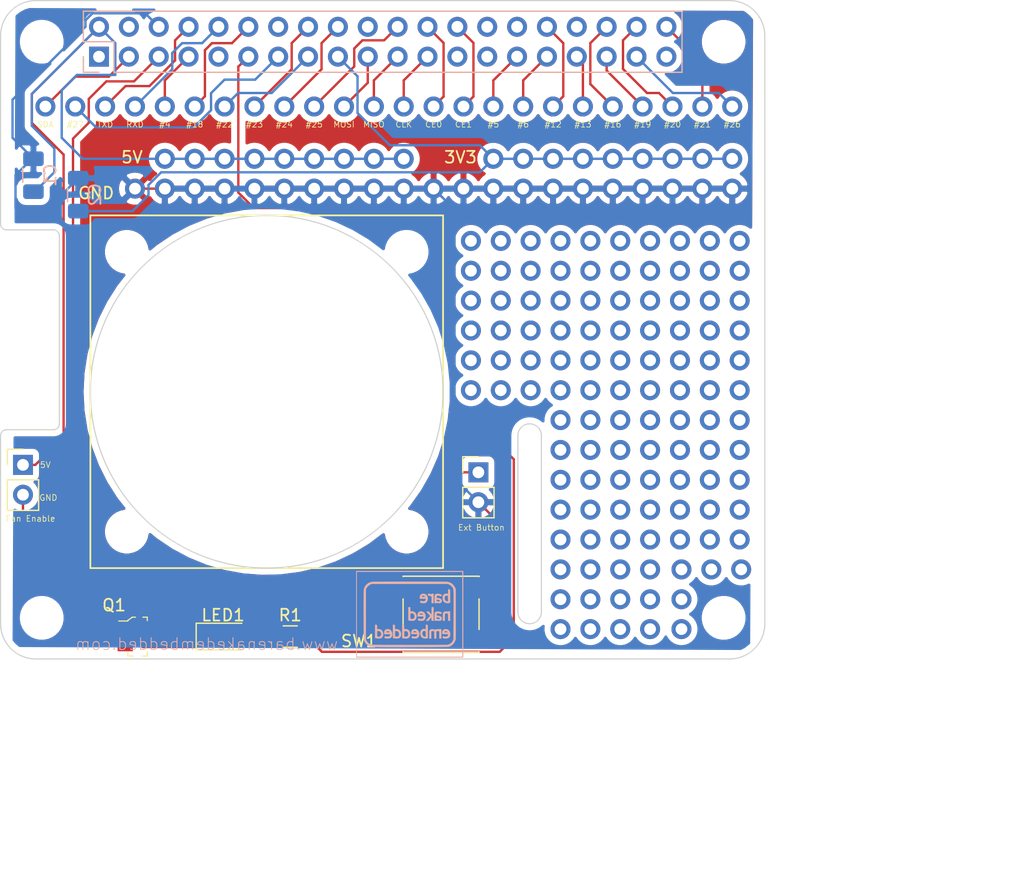
<source format=kicad_pcb>
(kicad_pcb (version 20171130) (host pcbnew "(5.1.6-0-10_14)")
  (title_block (date "15 nov 2012"))
  (layers (0 F.Cu signal) (31 B.Cu signal) (34 B.Paste user) (35 F.Paste user) (36 B.SilkS user) (37 F.SilkS user) (38 B.Mask user) (39 F.Mask user) (44 Edge.Cuts user))
  (net 0 "")
  (net 1 +3V3)
  (net 2 +5V)
  (net 3 GND)
  (net 4 /ID_SD)
  (net 5 /ID_SC)
  (net 6 /GPIO5)
  (net 7 /GPIO6)
  (net 8 /GPIO26)
  (net 9 "/GPIO2(SDA1)")
  (net 10 "/GPIO3(SCL1)")
  (net 11 "/GPIO4(GCLK)")
  (net 12 "/GPIO14(TXD0)")
  (net 13 "/GPIO15(RXD0)")
  (net 14 "/GPIO17(GEN0)")
  (net 15 "/GPIO27(GEN2)")
  (net 16 "/GPIO22(GEN3)")
  (net 17 "/GPIO23(GEN4)")
  (net 18 "/GPIO24(GEN5)")
  (net 19 "/GPIO25(GEN6)")
  (net 20 "/GPIO18(GEN1)(PWM0)")
  (net 21 "/GPIO10(SPI0_MOSI)")
  (net 22 "/GPIO9(SPI0_MISO)")
  (net 23 "/GPIO11(SPI0_SCK)")
  (net 24 "/GPIO8(SPI0_CE_N)")
  (net 25 "/GPIO7(SPI1_CE_N)")
  (net 26 "/GPIO12(PWM0)")
  (net 27 "/GPIO13(PWM1)")
  (net 28 "/GPIO19(SPI1_MISO)")
  (net 29 /GPIO16)
  (net 30 "/GPIO20(SPI1_MOSI)")
  (net 31 "/GPIO21(SPI1_SCK)")
  (net 32 "Net-(J1-Pad2)")
  (net 33 "Net-(LED1-Pad2)")
  (net 34 "Net-(LED1-Pad1)")
  (net 35 "Net-(P1-Pad4)")
  (net 36 "Net-(P1-Pad9)")
  (net 37 "Net-(P1-Pad14)")
  (net 38 "Net-(P1-Pad20)")
  (net 39 "Net-(P1-Pad25)")
  (net 40 "Net-(P1-Pad30)")
  (net 41 "Net-(P1-Pad34)")
  (net 42 "Net-(P1-Pad39)")
  (net 43 "Net-(P1-Pad1)")
  (module Capacitor_SMD:C_1206_3216Metric (layer B.Cu) (at 206.604 110.506 90)
    (fp_text reference C2 (at 0 1.43 -90) (layer B.SilkS) (effects (justify mirror)))
    (fp_text value .1u)
    (pad 2 smd roundrect (at 1.4 0 90) (size 1.25 1.75) (layers B.Cu B.Paste B.Mask) (roundrect_rratio 0.2) (net 3 GND))
    (pad 1 smd roundrect (at -1.4 0 90) (size 1.25 1.75) (layers B.Cu B.Paste B.Mask) (roundrect_rratio 0.2) (net 1 +3V3))
  )
  (module Capacitor_SMD:C_1206_3216Metric (layer B.Cu) (at 202.794 108.852 90)
    (fp_text reference C1 (at 0 1.43 -90) (layer B.SilkS) (effects (justify mirror)))
    (fp_text value .1u)
    (pad 2 smd roundrect (at 1.4 0 90) (size 1.25 1.75) (layers B.Cu B.Paste B.Mask) (roundrect_rratio 0.2) (net 3 GND))
    (pad 1 smd roundrect (at -1.4 0 90) (size 1.25 1.75) (layers B.Cu B.Paste B.Mask) (roundrect_rratio 0.2) (net 2 +5V))
  )
  (module Logos:bneLogoNeg (layer B.Cu) (at 234.798 146.19 180)
    (fp_text reference G*** hide)
    (fp_text value LOGO hide)
  )
  (module Connector_PinSocket_2.54mm:PinSocket_1x01_P2.54mm_Vertical (layer F.Cu) (at 257.912 147.46)
    (fp_text reference "" hide)
    (fp_text value "" hide)
    (pad 1 thru_hole circle (at 0 0) (size 1.7 1.7) (drill 1) (layers *.Cu *.Mask))
  )
  (module Connector_PinSocket_2.54mm:PinSocket_1x01_P2.54mm_Vertical (layer F.Cu) (at 257.912 144.92)
    (fp_text reference "" hide)
    (fp_text value "" hide)
    (pad 1 thru_hole circle (at 0 0) (size 1.7 1.7) (drill 1) (layers *.Cu *.Mask))
  )
  (module Connector_PinSocket_2.54mm:PinSocket_1x01_P2.54mm_Vertical (layer F.Cu) (at 262.992 142.38)
    (fp_text reference "" hide)
    (fp_text value "" hide)
    (pad 1 thru_hole circle (at 0 0) (size 1.7 1.7) (drill 1) (layers *.Cu *.Mask))
  )
  (module Connector_PinSocket_2.54mm:PinSocket_1x01_P2.54mm_Vertical (layer F.Cu) (at 260.452 142.38)
    (fp_text reference "" hide)
    (fp_text value "" hide)
    (pad 1 thru_hole circle (at 0 0) (size 1.7 1.7) (drill 1) (layers *.Cu *.Mask))
  )
  (module Connector_PinSocket_2.54mm:PinSocket_1x01_P2.54mm_Vertical (layer F.Cu) (at 257.912 142.38)
    (fp_text reference "" hide)
    (fp_text value "" hide)
    (pad 1 thru_hole circle (at 0 0) (size 1.7 1.7) (drill 1) (layers *.Cu *.Mask))
  )
  (module MountingHole:MountingHole_2.7mm_M2.5 (layer F.Cu) (at 234.535 115.37)
    (fp_text reference MK8 hide)
    (fp_text value M2.5)
    (pad 1 np_thru_hole circle (at 0 0) (size 2.7 2.7) (drill 2.7) (layers *.Cu *.Mask))
  )
  (module MountingHole:MountingHole_2.7mm_M2.5 (layer F.Cu) (at 210.735 139.17)
    (fp_text reference MK7 hide)
    (fp_text value M2.5)
    (pad 1 np_thru_hole circle (at 0 0) (size 2.7 2.7) (drill 2.7) (layers *.Cu *.Mask))
  )
  (module Connector_PinSocket_2.54mm:PinSocket_1x09_P2.54mm_Vertical (layer F.Cu) (at 241.91 107.455 90)
    (fp_text reference J5 hide)
    (fp_text value Conn_01x09_Female)
    (pad 9 thru_hole oval (at 0 20.32 90) (size 1.7 1.7) (drill 1) (layers *.Cu *.Mask) (net 1 +3V3))
    (pad 8 thru_hole oval (at 0 17.78 90) (size 1.7 1.7) (drill 1) (layers *.Cu *.Mask) (net 1 +3V3))
    (pad 7 thru_hole oval (at 0 15.24 90) (size 1.7 1.7) (drill 1) (layers *.Cu *.Mask) (net 1 +3V3))
    (pad 6 thru_hole oval (at 0 12.7 90) (size 1.7 1.7) (drill 1) (layers *.Cu *.Mask) (net 1 +3V3))
    (pad 5 thru_hole oval (at 0 10.16 90) (size 1.7 1.7) (drill 1) (layers *.Cu *.Mask) (net 1 +3V3))
    (pad 4 thru_hole oval (at 0 7.62 90) (size 1.7 1.7) (drill 1) (layers *.Cu *.Mask) (net 1 +3V3))
    (pad 3 thru_hole oval (at 0 5.08 90) (size 1.7 1.7) (drill 1) (layers *.Cu *.Mask) (net 1 +3V3))
    (pad 2 thru_hole oval (at 0 2.54 90) (size 1.7 1.7) (drill 1) (layers *.Cu *.Mask) (net 1 +3V3))
    (pad 1 thru_hole circle (at 0 0 90) (size 1.7 1.7) (drill 1) (layers *.Cu *.Mask) (net 1 +3V3))
  )
  (module Connector_PinSocket_2.54mm:PinSocket_1x09_P2.54mm_Vertical (layer F.Cu) (at 213.97 107.455 90)
    (fp_text reference J4 hide)
    (fp_text value Conn_01x09_Female)
    (pad 9 thru_hole oval (at 0 20.32 90) (size 1.7 1.7) (drill 1) (layers *.Cu *.Mask) (net 2 +5V))
    (pad 8 thru_hole oval (at 0 17.78 90) (size 1.7 1.7) (drill 1) (layers *.Cu *.Mask) (net 2 +5V))
    (pad 7 thru_hole oval (at 0 15.24 90) (size 1.7 1.7) (drill 1) (layers *.Cu *.Mask) (net 2 +5V))
    (pad 6 thru_hole oval (at 0 12.7 90) (size 1.7 1.7) (drill 1) (layers *.Cu *.Mask) (net 2 +5V))
    (pad 5 thru_hole oval (at 0 10.16 90) (size 1.7 1.7) (drill 1) (layers *.Cu *.Mask) (net 2 +5V))
    (pad 4 thru_hole oval (at 0 7.62 90) (size 1.7 1.7) (drill 1) (layers *.Cu *.Mask) (net 2 +5V))
    (pad 3 thru_hole oval (at 0 5.08 90) (size 1.7 1.7) (drill 1) (layers *.Cu *.Mask) (net 2 +5V))
    (pad 2 thru_hole oval (at 0 2.54 90) (size 1.7 1.7) (drill 1) (layers *.Cu *.Mask) (net 2 +5V))
    (pad 1 thru_hole circle (at 0 0 90) (size 1.7 1.7) (drill 1) (layers *.Cu *.Mask) (net 2 +5V))
  )
  (module Connector_PinSocket_2.54mm:PinSocket_1x21_P2.54mm_Vertical (layer F.Cu) (at 211.43 109.995 90)
    (fp_text reference J6 hide)
    (fp_text value Conn_01x21_Female)
    (pad 21 thru_hole oval (at 0 50.8 90) (size 1.7 1.7) (drill 1) (layers *.Cu *.Mask) (net 3 GND))
    (pad 20 thru_hole oval (at 0 48.26 90) (size 1.7 1.7) (drill 1) (layers *.Cu *.Mask) (net 3 GND))
    (pad 19 thru_hole oval (at 0 45.72 90) (size 1.7 1.7) (drill 1) (layers *.Cu *.Mask) (net 3 GND))
    (pad 18 thru_hole oval (at 0 43.18 90) (size 1.7 1.7) (drill 1) (layers *.Cu *.Mask) (net 3 GND))
    (pad 17 thru_hole oval (at 0 40.64 90) (size 1.7 1.7) (drill 1) (layers *.Cu *.Mask) (net 3 GND))
    (pad 16 thru_hole oval (at 0 38.1 90) (size 1.7 1.7) (drill 1) (layers *.Cu *.Mask) (net 3 GND))
    (pad 15 thru_hole oval (at 0 35.56 90) (size 1.7 1.7) (drill 1) (layers *.Cu *.Mask) (net 3 GND))
    (pad 14 thru_hole oval (at 0 33.02 90) (size 1.7 1.7) (drill 1) (layers *.Cu *.Mask) (net 3 GND))
    (pad 13 thru_hole oval (at 0 30.48 90) (size 1.7 1.7) (drill 1) (layers *.Cu *.Mask) (net 3 GND))
    (pad 12 thru_hole oval (at 0 27.94 90) (size 1.7 1.7) (drill 1) (layers *.Cu *.Mask) (net 3 GND))
    (pad 11 thru_hole oval (at 0 25.4 90) (size 1.7 1.7) (drill 1) (layers *.Cu *.Mask) (net 3 GND))
    (pad 10 thru_hole oval (at 0 22.86 90) (size 1.7 1.7) (drill 1) (layers *.Cu *.Mask) (net 3 GND))
    (pad 9 thru_hole oval (at 0 20.32 90) (size 1.7 1.7) (drill 1) (layers *.Cu *.Mask) (net 3 GND))
    (pad 8 thru_hole oval (at 0 17.78 90) (size 1.7 1.7) (drill 1) (layers *.Cu *.Mask) (net 3 GND))
    (pad 7 thru_hole oval (at 0 15.24 90) (size 1.7 1.7) (drill 1) (layers *.Cu *.Mask) (net 3 GND))
    (pad 6 thru_hole oval (at 0 12.7 90) (size 1.7 1.7) (drill 1) (layers *.Cu *.Mask) (net 3 GND))
    (pad 5 thru_hole oval (at 0 10.16 90) (size 1.7 1.7) (drill 1) (layers *.Cu *.Mask) (net 3 GND))
    (pad 4 thru_hole oval (at 0 7.62 90) (size 1.7 1.7) (drill 1) (layers *.Cu *.Mask) (net 3 GND))
    (pad 3 thru_hole oval (at 0 5.08 90) (size 1.7 1.7) (drill 1) (layers *.Cu *.Mask) (net 3 GND))
    (pad 2 thru_hole oval (at 0 2.54 90) (size 1.7 1.7) (drill 1) (layers *.Cu *.Mask) (net 3 GND))
    (pad 1 thru_hole circle (at 0 0 90) (size 1.7 1.7) (drill 1) (layers *.Cu *.Mask) (net 3 GND))
  )
  (module Connector_PinSocket_2.54mm:PinSocket_1x24_P2.54mm_Vertical (layer F.Cu) (at 203.81 103.01 90)
    (fp_text reference J3 hide)
    (fp_text value Conn_01x24_Female)
    (pad 24 thru_hole oval (at 0 58.42 90) (size 1.7 1.7) (drill 1) (layers *.Cu *.Mask) (net 8 /GPIO26))
    (pad 23 thru_hole oval (at 0 55.88 90) (size 1.7 1.7) (drill 1) (layers *.Cu *.Mask) (net 31 "/GPIO21(SPI1_SCK)"))
    (pad 22 thru_hole oval (at 0 53.34 90) (size 1.7 1.7) (drill 1) (layers *.Cu *.Mask) (net 30 "/GPIO20(SPI1_MOSI)"))
    (pad 21 thru_hole oval (at 0 50.8 90) (size 1.7 1.7) (drill 1) (layers *.Cu *.Mask) (net 28 "/GPIO19(SPI1_MISO)"))
    (pad 20 thru_hole oval (at 0 48.26 90) (size 1.7 1.7) (drill 1) (layers *.Cu *.Mask) (net 29 /GPIO16))
    (pad 19 thru_hole oval (at 0 45.72 90) (size 1.7 1.7) (drill 1) (layers *.Cu *.Mask) (net 27 "/GPIO13(PWM1)"))
    (pad 18 thru_hole oval (at 0 43.18 90) (size 1.7 1.7) (drill 1) (layers *.Cu *.Mask) (net 26 "/GPIO12(PWM0)"))
    (pad 17 thru_hole oval (at 0 40.64 90) (size 1.7 1.7) (drill 1) (layers *.Cu *.Mask) (net 7 /GPIO6))
    (pad 16 thru_hole oval (at 0 38.1 90) (size 1.7 1.7) (drill 1) (layers *.Cu *.Mask) (net 6 /GPIO5))
    (pad 15 thru_hole oval (at 0 35.56 90) (size 1.7 1.7) (drill 1) (layers *.Cu *.Mask) (net 25 "/GPIO7(SPI1_CE_N)"))
    (pad 14 thru_hole oval (at 0 33.02 90) (size 1.7 1.7) (drill 1) (layers *.Cu *.Mask) (net 24 "/GPIO8(SPI0_CE_N)"))
    (pad 13 thru_hole oval (at 0 30.48 90) (size 1.7 1.7) (drill 1) (layers *.Cu *.Mask) (net 23 "/GPIO11(SPI0_SCK)"))
    (pad 12 thru_hole oval (at 0 27.94 90) (size 1.7 1.7) (drill 1) (layers *.Cu *.Mask) (net 22 "/GPIO9(SPI0_MISO)"))
    (pad 11 thru_hole oval (at 0 25.4 90) (size 1.7 1.7) (drill 1) (layers *.Cu *.Mask) (net 21 "/GPIO10(SPI0_MOSI)"))
    (pad 10 thru_hole oval (at 0 22.86 90) (size 1.7 1.7) (drill 1) (layers *.Cu *.Mask) (net 19 "/GPIO25(GEN6)"))
    (pad 9 thru_hole oval (at 0 20.32 90) (size 1.7 1.7) (drill 1) (layers *.Cu *.Mask) (net 18 "/GPIO24(GEN5)"))
    (pad 8 thru_hole oval (at 0 17.78 90) (size 1.7 1.7) (drill 1) (layers *.Cu *.Mask) (net 17 "/GPIO23(GEN4)"))
    (pad 7 thru_hole oval (at 0 15.24 90) (size 1.7 1.7) (drill 1) (layers *.Cu *.Mask) (net 16 "/GPIO22(GEN3)"))
    (pad 6 thru_hole oval (at 0 12.7 90) (size 1.7 1.7) (drill 1) (layers *.Cu *.Mask) (net 20 "/GPIO18(GEN1)(PWM0)"))
    (pad 5 thru_hole oval (at 0 10.16 90) (size 1.7 1.7) (drill 1) (layers *.Cu *.Mask) (net 11 "/GPIO4(GCLK)"))
    (pad 4 thru_hole oval (at 0 7.62 90) (size 1.7 1.7) (drill 1) (layers *.Cu *.Mask) (net 13 "/GPIO15(RXD0)"))
    (pad 3 thru_hole oval (at 0 5.08 90) (size 1.7 1.7) (drill 1) (layers *.Cu *.Mask) (net 12 "/GPIO14(TXD0)"))
    (pad 2 thru_hole oval (at 0 2.54 90) (size 1.7 1.7) (drill 1) (layers *.Cu *.Mask) (net 15 "/GPIO27(GEN2)"))
    (pad 1 thru_hole circle (at 0 0 90) (size 1.7 1.7) (drill 1) (layers *.Cu *.Mask) (net 9 "/GPIO2(SDA1)"))
  )
  (module Connector_PinSocket_2.54mm:PinSocket_1x01_P2.54mm_Vertical (layer F.Cu) (at 255.245 147.46)
    (fp_text reference "" hide)
    (fp_text value "" hide)
    (pad 1 thru_hole circle (at 0 0) (size 1.7 1.7) (drill 1) (layers *.Cu *.Mask))
  )
  (module Connector_PinSocket_2.54mm:PinSocket_1x01_P2.54mm_Vertical (layer F.Cu) (at 252.705 147.46)
    (fp_text reference "" hide)
    (fp_text value "" hide)
    (pad 1 thru_hole circle (at 0 0) (size 1.7 1.7) (drill 1) (layers *.Cu *.Mask))
  )
  (module Connector_PinSocket_2.54mm:PinSocket_1x01_P2.54mm_Vertical (layer F.Cu) (at 250.165 147.46)
    (fp_text reference "" hide)
    (fp_text value "" hide)
    (pad 1 thru_hole circle (at 0 0) (size 1.7 1.7) (drill 1) (layers *.Cu *.Mask))
  )
  (module Connector_PinSocket_2.54mm:PinSocket_1x01_P2.54mm_Vertical (layer F.Cu) (at 247.625 147.46)
    (fp_text reference "" hide)
    (fp_text value "" hide)
    (pad 1 thru_hole circle (at 0 0) (size 1.7 1.7) (drill 1) (layers *.Cu *.Mask))
  )
  (module Connector_PinSocket_2.54mm:PinSocket_1x01_P2.54mm_Vertical (layer F.Cu) (at 255.245 144.92)
    (fp_text reference "" hide)
    (fp_text value "" hide)
    (pad 1 thru_hole circle (at 0 0) (size 1.7 1.7) (drill 1) (layers *.Cu *.Mask))
  )
  (module Connector_PinSocket_2.54mm:PinSocket_1x01_P2.54mm_Vertical (layer F.Cu) (at 252.705 144.92)
    (fp_text reference "" hide)
    (fp_text value "" hide)
    (pad 1 thru_hole circle (at 0 0) (size 1.7 1.7) (drill 1) (layers *.Cu *.Mask))
  )
  (module Connector_PinSocket_2.54mm:PinSocket_1x01_P2.54mm_Vertical (layer F.Cu) (at 250.165 144.92)
    (fp_text reference "" hide)
    (fp_text value "" hide)
    (pad 1 thru_hole circle (at 0 0) (size 1.7 1.7) (drill 1) (layers *.Cu *.Mask))
  )
  (module Connector_PinSocket_2.54mm:PinSocket_1x01_P2.54mm_Vertical (layer F.Cu) (at 247.625 144.92)
    (fp_text reference "" hide)
    (fp_text value "" hide)
    (pad 1 thru_hole circle (at 0 0) (size 1.7 1.7) (drill 1) (layers *.Cu *.Mask))
  )
  (module Connector_PinSocket_2.54mm:PinSocket_1x01_P2.54mm_Vertical (layer F.Cu) (at 255.245 142.38)
    (fp_text reference "" hide)
    (fp_text value "" hide)
    (pad 1 thru_hole circle (at 0 0) (size 1.7 1.7) (drill 1) (layers *.Cu *.Mask))
  )
  (module Connector_PinSocket_2.54mm:PinSocket_1x01_P2.54mm_Vertical (layer F.Cu) (at 252.705 142.38)
    (fp_text reference "" hide)
    (fp_text value "" hide)
    (pad 1 thru_hole circle (at 0 0) (size 1.7 1.7) (drill 1) (layers *.Cu *.Mask))
  )
  (module Connector_PinSocket_2.54mm:PinSocket_1x01_P2.54mm_Vertical (layer F.Cu) (at 250.165 142.38)
    (fp_text reference "" hide)
    (fp_text value "" hide)
    (pad 1 thru_hole circle (at 0 0) (size 1.7 1.7) (drill 1) (layers *.Cu *.Mask))
  )
  (module Connector_PinSocket_2.54mm:PinSocket_1x01_P2.54mm_Vertical (layer F.Cu) (at 247.625 142.38)
    (fp_text reference "" hide)
    (fp_text value "" hide)
    (pad 1 thru_hole circle (at 0 0) (size 1.7 1.7) (drill 1) (layers *.Cu *.Mask))
  )
  (module Connector_PinSocket_2.54mm:PinSocket_1x01_P2.54mm_Vertical (layer F.Cu) (at 262.865 139.84)
    (fp_text reference "" hide)
    (fp_text value "" hide)
    (pad 1 thru_hole circle (at 0 0) (size 1.7 1.7) (drill 1) (layers *.Cu *.Mask))
  )
  (module Connector_PinSocket_2.54mm:PinSocket_1x01_P2.54mm_Vertical (layer F.Cu) (at 260.325 139.84)
    (fp_text reference "" hide)
    (fp_text value "" hide)
    (pad 1 thru_hole circle (at 0 0) (size 1.7 1.7) (drill 1) (layers *.Cu *.Mask))
  )
  (module Connector_PinSocket_2.54mm:PinSocket_1x01_P2.54mm_Vertical (layer F.Cu) (at 257.785 139.84)
    (fp_text reference "" hide)
    (fp_text value "" hide)
    (pad 1 thru_hole circle (at 0 0) (size 1.7 1.7) (drill 1) (layers *.Cu *.Mask))
  )
  (module Connector_PinSocket_2.54mm:PinSocket_1x01_P2.54mm_Vertical (layer F.Cu) (at 255.245 139.84)
    (fp_text reference "" hide)
    (fp_text value "" hide)
    (pad 1 thru_hole circle (at 0 0) (size 1.7 1.7) (drill 1) (layers *.Cu *.Mask))
  )
  (module Connector_PinSocket_2.54mm:PinSocket_1x01_P2.54mm_Vertical (layer F.Cu) (at 252.705 139.84)
    (fp_text reference "" hide)
    (fp_text value "" hide)
    (pad 1 thru_hole circle (at 0 0) (size 1.7 1.7) (drill 1) (layers *.Cu *.Mask))
  )
  (module Connector_PinSocket_2.54mm:PinSocket_1x01_P2.54mm_Vertical (layer F.Cu) (at 250.165 139.84)
    (fp_text reference "" hide)
    (fp_text value "" hide)
    (pad 1 thru_hole circle (at 0 0) (size 1.7 1.7) (drill 1) (layers *.Cu *.Mask))
  )
  (module Connector_PinSocket_2.54mm:PinSocket_1x01_P2.54mm_Vertical (layer F.Cu) (at 247.625 139.84)
    (fp_text reference "" hide)
    (fp_text value "" hide)
    (pad 1 thru_hole circle (at 0 0) (size 1.7 1.7) (drill 1) (layers *.Cu *.Mask))
  )
  (module Connector_PinSocket_2.54mm:PinSocket_1x01_P2.54mm_Vertical (layer F.Cu) (at 262.865 137.3)
    (fp_text reference "" hide)
    (fp_text value "" hide)
    (pad 1 thru_hole circle (at 0 0) (size 1.7 1.7) (drill 1) (layers *.Cu *.Mask))
  )
  (module Connector_PinSocket_2.54mm:PinSocket_1x01_P2.54mm_Vertical (layer F.Cu) (at 260.325 137.3)
    (fp_text reference "" hide)
    (fp_text value "" hide)
    (pad 1 thru_hole circle (at 0 0) (size 1.7 1.7) (drill 1) (layers *.Cu *.Mask))
  )
  (module Connector_PinSocket_2.54mm:PinSocket_1x01_P2.54mm_Vertical (layer F.Cu) (at 257.785 137.3)
    (fp_text reference "" hide)
    (fp_text value "" hide)
    (pad 1 thru_hole circle (at 0 0) (size 1.7 1.7) (drill 1) (layers *.Cu *.Mask))
  )
  (module Connector_PinSocket_2.54mm:PinSocket_1x01_P2.54mm_Vertical (layer F.Cu) (at 255.245 137.3)
    (fp_text reference "" hide)
    (fp_text value "" hide)
    (pad 1 thru_hole circle (at 0 0) (size 1.7 1.7) (drill 1) (layers *.Cu *.Mask))
  )
  (module Connector_PinSocket_2.54mm:PinSocket_1x01_P2.54mm_Vertical (layer F.Cu) (at 252.705 137.3)
    (fp_text reference "" hide)
    (fp_text value "" hide)
    (pad 1 thru_hole circle (at 0 0) (size 1.7 1.7) (drill 1) (layers *.Cu *.Mask))
  )
  (module Connector_PinSocket_2.54mm:PinSocket_1x01_P2.54mm_Vertical (layer F.Cu) (at 250.165 137.3)
    (fp_text reference "" hide)
    (fp_text value "" hide)
    (pad 1 thru_hole circle (at 0 0) (size 1.7 1.7) (drill 1) (layers *.Cu *.Mask))
  )
  (module Connector_PinSocket_2.54mm:PinSocket_1x01_P2.54mm_Vertical (layer F.Cu) (at 247.625 137.3)
    (fp_text reference "" hide)
    (fp_text value "" hide)
    (pad 1 thru_hole circle (at 0 0) (size 1.7 1.7) (drill 1) (layers *.Cu *.Mask))
  )
  (module Connector_PinSocket_2.54mm:PinSocket_1x01_P2.54mm_Vertical (layer F.Cu) (at 262.865 134.76)
    (fp_text reference "" hide)
    (fp_text value "" hide)
    (pad 1 thru_hole circle (at 0 0) (size 1.7 1.7) (drill 1) (layers *.Cu *.Mask))
  )
  (module Connector_PinSocket_2.54mm:PinSocket_1x01_P2.54mm_Vertical (layer F.Cu) (at 260.325 134.76)
    (fp_text reference "" hide)
    (fp_text value "" hide)
    (pad 1 thru_hole circle (at 0 0) (size 1.7 1.7) (drill 1) (layers *.Cu *.Mask))
  )
  (module Connector_PinSocket_2.54mm:PinSocket_1x01_P2.54mm_Vertical (layer F.Cu) (at 257.785 134.76)
    (fp_text reference "" hide)
    (fp_text value "" hide)
    (pad 1 thru_hole circle (at 0 0) (size 1.7 1.7) (drill 1) (layers *.Cu *.Mask))
  )
  (module Connector_PinSocket_2.54mm:PinSocket_1x01_P2.54mm_Vertical (layer F.Cu) (at 255.245 134.76)
    (fp_text reference "" hide)
    (fp_text value "" hide)
    (pad 1 thru_hole circle (at 0 0) (size 1.7 1.7) (drill 1) (layers *.Cu *.Mask))
  )
  (module Connector_PinSocket_2.54mm:PinSocket_1x01_P2.54mm_Vertical (layer F.Cu) (at 252.705 134.76)
    (fp_text reference "" hide)
    (fp_text value "" hide)
    (pad 1 thru_hole circle (at 0 0) (size 1.7 1.7) (drill 1) (layers *.Cu *.Mask))
  )
  (module Connector_PinSocket_2.54mm:PinSocket_1x01_P2.54mm_Vertical (layer F.Cu) (at 250.165 134.76)
    (fp_text reference "" hide)
    (fp_text value "" hide)
    (pad 1 thru_hole circle (at 0 0) (size 1.7 1.7) (drill 1) (layers *.Cu *.Mask))
  )
  (module Connector_PinSocket_2.54mm:PinSocket_1x01_P2.54mm_Vertical (layer F.Cu) (at 247.625 134.76)
    (fp_text reference "" hide)
    (fp_text value "" hide)
    (pad 1 thru_hole circle (at 0 0) (size 1.7 1.7) (drill 1) (layers *.Cu *.Mask))
  )
  (module Connector_PinSocket_2.54mm:PinSocket_1x01_P2.54mm_Vertical (layer F.Cu) (at 262.865 132.22)
    (fp_text reference "" hide)
    (fp_text value "" hide)
    (pad 1 thru_hole circle (at 0 0) (size 1.7 1.7) (drill 1) (layers *.Cu *.Mask))
  )
  (module Connector_PinSocket_2.54mm:PinSocket_1x01_P2.54mm_Vertical (layer F.Cu) (at 260.325 132.22)
    (fp_text reference "" hide)
    (fp_text value "" hide)
    (pad 1 thru_hole circle (at 0 0) (size 1.7 1.7) (drill 1) (layers *.Cu *.Mask))
  )
  (module Connector_PinSocket_2.54mm:PinSocket_1x01_P2.54mm_Vertical (layer F.Cu) (at 257.785 132.22)
    (fp_text reference "" hide)
    (fp_text value "" hide)
    (pad 1 thru_hole circle (at 0 0) (size 1.7 1.7) (drill 1) (layers *.Cu *.Mask))
  )
  (module Connector_PinSocket_2.54mm:PinSocket_1x01_P2.54mm_Vertical (layer F.Cu) (at 255.245 132.22)
    (fp_text reference "" hide)
    (fp_text value "" hide)
    (pad 1 thru_hole circle (at 0 0) (size 1.7 1.7) (drill 1) (layers *.Cu *.Mask))
  )
  (module Connector_PinSocket_2.54mm:PinSocket_1x01_P2.54mm_Vertical (layer F.Cu) (at 252.705 132.22)
    (fp_text reference "" hide)
    (fp_text value "" hide)
    (pad 1 thru_hole circle (at 0 0) (size 1.7 1.7) (drill 1) (layers *.Cu *.Mask))
  )
  (module Connector_PinSocket_2.54mm:PinSocket_1x01_P2.54mm_Vertical (layer F.Cu) (at 250.165 132.22)
    (fp_text reference "" hide)
    (fp_text value "" hide)
    (pad 1 thru_hole circle (at 0 0) (size 1.7 1.7) (drill 1) (layers *.Cu *.Mask))
  )
  (module Connector_PinSocket_2.54mm:PinSocket_1x01_P2.54mm_Vertical (layer F.Cu) (at 247.625 132.22)
    (fp_text reference "" hide)
    (fp_text value "" hide)
    (pad 1 thru_hole circle (at 0 0) (size 1.7 1.7) (drill 1) (layers *.Cu *.Mask))
  )
  (module Connector_PinSocket_2.54mm:PinSocket_1x01_P2.54mm_Vertical (layer F.Cu) (at 262.865 129.68)
    (fp_text reference "" hide)
    (fp_text value "" hide)
    (pad 1 thru_hole circle (at 0 0) (size 1.7 1.7) (drill 1) (layers *.Cu *.Mask))
  )
  (module Connector_PinSocket_2.54mm:PinSocket_1x01_P2.54mm_Vertical (layer F.Cu) (at 260.325 129.68)
    (fp_text reference "" hide)
    (fp_text value "" hide)
    (pad 1 thru_hole circle (at 0 0) (size 1.7 1.7) (drill 1) (layers *.Cu *.Mask))
  )
  (module Connector_PinSocket_2.54mm:PinSocket_1x01_P2.54mm_Vertical (layer F.Cu) (at 257.785 129.68)
    (fp_text reference "" hide)
    (fp_text value = hide)
    (pad 1 thru_hole circle (at 0 0) (size 1.7 1.7) (drill 1) (layers *.Cu *.Mask))
  )
  (module Connector_PinSocket_2.54mm:PinSocket_1x01_P2.54mm_Vertical (layer F.Cu) (at 255.245 129.68)
    (fp_text reference "" hide)
    (fp_text value "" hide)
    (pad 1 thru_hole circle (at 0 0) (size 1.7 1.7) (drill 1) (layers *.Cu *.Mask))
  )
  (module Connector_PinSocket_2.54mm:PinSocket_1x01_P2.54mm_Vertical (layer F.Cu) (at 252.705 129.68)
    (fp_text reference "" hide)
    (fp_text value "" hide)
    (pad 1 thru_hole circle (at 0 0) (size 1.7 1.7) (drill 1) (layers *.Cu *.Mask))
  )
  (module Connector_PinSocket_2.54mm:PinSocket_1x01_P2.54mm_Vertical (layer F.Cu) (at 250.165 129.68)
    (fp_text reference "" hide)
    (fp_text value "" hide)
    (pad 1 thru_hole circle (at 0 0) (size 1.7 1.7) (drill 1) (layers *.Cu *.Mask))
  )
  (module Connector_PinSocket_2.54mm:PinSocket_1x01_P2.54mm_Vertical (layer F.Cu) (at 247.625 129.68)
    (fp_text reference "" hide)
    (fp_text value "" hide)
    (pad 1 thru_hole circle (at 0 0) (size 1.7 1.7) (drill 1) (layers *.Cu *.Mask))
  )
  (module Connector_PinSocket_2.54mm:PinSocket_1x01_P2.54mm_Vertical (layer F.Cu) (at 262.865 127.14)
    (fp_text reference "" hide)
    (fp_text value "" hide)
    (pad 1 thru_hole circle (at 0 0) (size 1.7 1.7) (drill 1) (layers *.Cu *.Mask))
  )
  (module Connector_PinSocket_2.54mm:PinSocket_1x01_P2.54mm_Vertical (layer F.Cu) (at 260.325 127.14)
    (fp_text reference "" hide)
    (fp_text value "" hide)
    (pad 1 thru_hole circle (at 0 0) (size 1.7 1.7) (drill 1) (layers *.Cu *.Mask))
  )
  (module Connector_PinSocket_2.54mm:PinSocket_1x01_P2.54mm_Vertical (layer F.Cu) (at 257.785 127.14)
    (fp_text reference "" hide)
    (fp_text value "" hide)
    (pad 1 thru_hole circle (at 0 0) (size 1.7 1.7) (drill 1) (layers *.Cu *.Mask))
  )
  (module Connector_PinSocket_2.54mm:PinSocket_1x01_P2.54mm_Vertical (layer F.Cu) (at 255.245 127.14)
    (fp_text reference "" hide)
    (fp_text value "" hide)
    (pad 1 thru_hole circle (at 0 0) (size 1.7 1.7) (drill 1) (layers *.Cu *.Mask))
  )
  (module Connector_PinSocket_2.54mm:PinSocket_1x01_P2.54mm_Vertical (layer F.Cu) (at 252.705 127.14)
    (fp_text reference "" hide)
    (fp_text value "" hide)
    (pad 1 thru_hole circle (at 0 0) (size 1.7 1.7) (drill 1) (layers *.Cu *.Mask))
  )
  (module Connector_PinSocket_2.54mm:PinSocket_1x01_P2.54mm_Vertical (layer F.Cu) (at 250.165 127.14)
    (fp_text reference "" hide)
    (fp_text value "" hide)
    (pad 1 thru_hole circle (at 0 0) (size 1.7 1.7) (drill 1) (layers *.Cu *.Mask))
  )
  (module Connector_PinSocket_2.54mm:PinSocket_1x01_P2.54mm_Vertical (layer F.Cu) (at 247.625 127.14)
    (fp_text reference "" hide)
    (fp_text value "" hide)
    (pad 1 thru_hole circle (at 0 0) (size 1.7 1.7) (drill 1) (layers *.Cu *.Mask))
  )
  (module Connector_PinSocket_2.54mm:PinSocket_1x01_P2.54mm_Vertical (layer F.Cu) (at 245.085 127.14)
    (fp_text reference "" hide)
    (fp_text value "" hide)
    (pad 1 thru_hole circle (at 0 0) (size 1.7 1.7) (drill 1) (layers *.Cu *.Mask))
  )
  (module Connector_PinSocket_2.54mm:PinSocket_1x01_P2.54mm_Vertical (layer F.Cu) (at 242.545 127.14)
    (fp_text reference "" hide)
    (fp_text value "" hide)
    (pad 1 thru_hole circle (at 0 0) (size 1.7 1.7) (drill 1) (layers *.Cu *.Mask))
  )
  (module Connector_PinSocket_2.54mm:PinSocket_1x01_P2.54mm_Vertical (layer F.Cu) (at 240.005 127.14)
    (fp_text reference "" hide)
    (fp_text value "" hide)
    (pad 1 thru_hole circle (at 0 0) (size 1.7 1.7) (drill 1) (layers *.Cu *.Mask))
  )
  (module Connector_PinSocket_2.54mm:PinSocket_1x01_P2.54mm_Vertical (layer F.Cu) (at 262.865 124.6)
    (fp_text reference "" hide)
    (fp_text value "" hide)
    (pad 1 thru_hole circle (at 0 0) (size 1.7 1.7) (drill 1) (layers *.Cu *.Mask))
  )
  (module Connector_PinSocket_2.54mm:PinSocket_1x01_P2.54mm_Vertical (layer F.Cu) (at 260.325 124.6)
    (fp_text reference "" hide)
    (fp_text value "" hide)
    (pad 1 thru_hole circle (at 0 0) (size 1.7 1.7) (drill 1) (layers *.Cu *.Mask))
  )
  (module Connector_PinSocket_2.54mm:PinSocket_1x01_P2.54mm_Vertical (layer F.Cu) (at 257.785 124.6)
    (fp_text reference "" hide)
    (fp_text value "" hide)
    (pad 1 thru_hole circle (at 0 0) (size 1.7 1.7) (drill 1) (layers *.Cu *.Mask))
  )
  (module Connector_PinSocket_2.54mm:PinSocket_1x01_P2.54mm_Vertical (layer F.Cu) (at 255.245 124.6)
    (fp_text reference "" hide)
    (fp_text value "" hide)
    (pad 1 thru_hole circle (at 0 0) (size 1.7 1.7) (drill 1) (layers *.Cu *.Mask))
  )
  (module Connector_PinSocket_2.54mm:PinSocket_1x01_P2.54mm_Vertical (layer F.Cu) (at 252.705 124.6)
    (fp_text reference "" hide)
    (fp_text value "" hide)
    (pad 1 thru_hole circle (at 0 0) (size 1.7 1.7) (drill 1) (layers *.Cu *.Mask))
  )
  (module Connector_PinSocket_2.54mm:PinSocket_1x01_P2.54mm_Vertical (layer F.Cu) (at 250.165 124.6)
    (fp_text reference "" hide)
    (fp_text value "" hide)
    (pad 1 thru_hole circle (at 0 0) (size 1.7 1.7) (drill 1) (layers *.Cu *.Mask))
  )
  (module Connector_PinSocket_2.54mm:PinSocket_1x01_P2.54mm_Vertical (layer F.Cu) (at 247.625 124.6)
    (fp_text reference "" hide)
    (fp_text value "" hide)
    (pad 1 thru_hole circle (at 0 0) (size 1.7 1.7) (drill 1) (layers *.Cu *.Mask))
  )
  (module Connector_PinSocket_2.54mm:PinSocket_1x01_P2.54mm_Vertical (layer F.Cu) (at 245.085 124.6)
    (fp_text reference "" hide)
    (fp_text value "" hide)
    (pad 1 thru_hole circle (at 0 0) (size 1.7 1.7) (drill 1) (layers *.Cu *.Mask))
  )
  (module Connector_PinSocket_2.54mm:PinSocket_1x01_P2.54mm_Vertical (layer F.Cu) (at 242.545 124.6)
    (fp_text reference "" hide)
    (fp_text value "" hide)
    (pad 1 thru_hole circle (at 0 0) (size 1.7 1.7) (drill 1) (layers *.Cu *.Mask))
  )
  (module Connector_PinSocket_2.54mm:PinSocket_1x01_P2.54mm_Vertical (layer F.Cu) (at 240.005 124.6)
    (fp_text reference "" hide)
    (fp_text value "" hide)
    (pad 1 thru_hole circle (at 0 0) (size 1.7 1.7) (drill 1) (layers *.Cu *.Mask))
  )
  (module Connector_PinSocket_2.54mm:PinSocket_1x01_P2.54mm_Vertical (layer F.Cu) (at 262.865 122.06)
    (fp_text reference "" hide)
    (fp_text value "" hide)
    (pad 1 thru_hole circle (at 0 0) (size 1.7 1.7) (drill 1) (layers *.Cu *.Mask))
  )
  (module Connector_PinSocket_2.54mm:PinSocket_1x01_P2.54mm_Vertical (layer F.Cu) (at 260.325 122.06)
    (fp_text reference "" hide)
    (fp_text value "" hide)
    (pad 1 thru_hole circle (at 0 0) (size 1.7 1.7) (drill 1) (layers *.Cu *.Mask))
  )
  (module Connector_PinSocket_2.54mm:PinSocket_1x01_P2.54mm_Vertical (layer F.Cu) (at 257.785 122.06)
    (fp_text reference "" hide)
    (fp_text value "" hide)
    (pad 1 thru_hole circle (at 0 0) (size 1.7 1.7) (drill 1) (layers *.Cu *.Mask))
  )
  (module Connector_PinSocket_2.54mm:PinSocket_1x01_P2.54mm_Vertical (layer F.Cu) (at 255.245 122.06)
    (fp_text reference "" hide)
    (fp_text value "" hide)
    (pad 1 thru_hole circle (at 0 0) (size 1.7 1.7) (drill 1) (layers *.Cu *.Mask))
  )
  (module Connector_PinSocket_2.54mm:PinSocket_1x01_P2.54mm_Vertical (layer F.Cu) (at 252.705 122.06)
    (fp_text reference "" hide)
    (fp_text value "" hide)
    (pad 1 thru_hole circle (at 0 0) (size 1.7 1.7) (drill 1) (layers *.Cu *.Mask))
  )
  (module Connector_PinSocket_2.54mm:PinSocket_1x01_P2.54mm_Vertical (layer F.Cu) (at 250.165 122.06)
    (fp_text reference "" hide)
    (fp_text value "" hide)
    (pad 1 thru_hole circle (at 0 0) (size 1.7 1.7) (drill 1) (layers *.Cu *.Mask))
  )
  (module Connector_PinSocket_2.54mm:PinSocket_1x01_P2.54mm_Vertical (layer F.Cu) (at 247.625 122.06)
    (fp_text reference "" hide)
    (fp_text value "" hide)
    (pad 1 thru_hole circle (at 0 0) (size 1.7 1.7) (drill 1) (layers *.Cu *.Mask))
  )
  (module Connector_PinSocket_2.54mm:PinSocket_1x01_P2.54mm_Vertical (layer F.Cu) (at 245.085 122.06)
    (fp_text reference "" hide)
    (fp_text value "" hide)
    (pad 1 thru_hole circle (at 0 0) (size 1.7 1.7) (drill 1) (layers *.Cu *.Mask))
  )
  (module Connector_PinSocket_2.54mm:PinSocket_1x01_P2.54mm_Vertical (layer F.Cu) (at 242.545 122.06)
    (fp_text reference "" hide)
    (fp_text value "" hide)
    (pad 1 thru_hole circle (at 0 0) (size 1.7 1.7) (drill 1) (layers *.Cu *.Mask))
  )
  (module Connector_PinSocket_2.54mm:PinSocket_1x01_P2.54mm_Vertical (layer F.Cu) (at 240.005 122.06)
    (fp_text reference "" hide)
    (fp_text value "" hide)
    (pad 1 thru_hole circle (at 0 0) (size 1.7 1.7) (drill 1) (layers *.Cu *.Mask))
  )
  (module Connector_PinSocket_2.54mm:PinSocket_1x01_P2.54mm_Vertical (layer F.Cu) (at 262.865 119.52)
    (fp_text reference "" hide)
    (fp_text value "" hide)
    (pad 1 thru_hole circle (at 0 0) (size 1.7 1.7) (drill 1) (layers *.Cu *.Mask))
  )
  (module Connector_PinSocket_2.54mm:PinSocket_1x01_P2.54mm_Vertical (layer F.Cu) (at 260.325 119.52)
    (fp_text reference "" hide)
    (fp_text value "" hide)
    (pad 1 thru_hole circle (at 0 0) (size 1.7 1.7) (drill 1) (layers *.Cu *.Mask))
  )
  (module Connector_PinSocket_2.54mm:PinSocket_1x01_P2.54mm_Vertical (layer F.Cu) (at 257.785 119.52)
    (fp_text reference "" hide)
    (fp_text value "" hide)
    (pad 1 thru_hole circle (at 0 0) (size 1.7 1.7) (drill 1) (layers *.Cu *.Mask))
  )
  (module Connector_PinSocket_2.54mm:PinSocket_1x01_P2.54mm_Vertical (layer F.Cu) (at 255.245 119.52)
    (fp_text reference "" hide)
    (fp_text value "" hide)
    (pad 1 thru_hole circle (at 0 0) (size 1.7 1.7) (drill 1) (layers *.Cu *.Mask))
  )
  (module Connector_PinSocket_2.54mm:PinSocket_1x01_P2.54mm_Vertical (layer F.Cu) (at 252.705 119.52)
    (fp_text reference "" hide)
    (fp_text value "" hide)
    (pad 1 thru_hole circle (at 0 0) (size 1.7 1.7) (drill 1) (layers *.Cu *.Mask))
  )
  (module Connector_PinSocket_2.54mm:PinSocket_1x01_P2.54mm_Vertical (layer F.Cu) (at 250.165 119.52)
    (fp_text reference "" hide)
    (fp_text value "" hide)
    (pad 1 thru_hole circle (at 0 0) (size 1.7 1.7) (drill 1) (layers *.Cu *.Mask))
  )
  (module Connector_PinSocket_2.54mm:PinSocket_1x01_P2.54mm_Vertical (layer F.Cu) (at 247.625 119.52)
    (fp_text reference "" hide)
    (fp_text value "" hide)
    (pad 1 thru_hole circle (at 0 0) (size 1.7 1.7) (drill 1) (layers *.Cu *.Mask))
  )
  (module Connector_PinSocket_2.54mm:PinSocket_1x01_P2.54mm_Vertical (layer F.Cu) (at 245.085 119.52)
    (fp_text reference "" hide)
    (fp_text value "" hide)
    (pad 1 thru_hole circle (at 0 0) (size 1.7 1.7) (drill 1) (layers *.Cu *.Mask))
  )
  (module Connector_PinSocket_2.54mm:PinSocket_1x01_P2.54mm_Vertical (layer F.Cu) (at 242.545 119.52)
    (fp_text reference "" hide)
    (fp_text value "" hide)
    (pad 1 thru_hole circle (at 0 0) (size 1.7 1.7) (drill 1) (layers *.Cu *.Mask))
  )
  (module Connector_PinSocket_2.54mm:PinSocket_1x01_P2.54mm_Vertical (layer F.Cu) (at 240.005 119.52)
    (fp_text reference "" hide)
    (fp_text value "" hide)
    (pad 1 thru_hole circle (at 0 0) (size 1.7 1.7) (drill 1) (layers *.Cu *.Mask))
  )
  (module Connector_PinSocket_2.54mm:PinSocket_1x01_P2.54mm_Vertical (layer F.Cu) (at 262.865 116.98)
    (fp_text reference "" hide)
    (fp_text value "" hide)
    (pad 1 thru_hole circle (at 0 0) (size 1.7 1.7) (drill 1) (layers *.Cu *.Mask))
  )
  (module Connector_PinSocket_2.54mm:PinSocket_1x01_P2.54mm_Vertical (layer F.Cu) (at 260.325 116.98)
    (fp_text reference "" hide)
    (fp_text value "" hide)
    (pad 1 thru_hole circle (at 0 0) (size 1.7 1.7) (drill 1) (layers *.Cu *.Mask))
  )
  (module Connector_PinSocket_2.54mm:PinSocket_1x01_P2.54mm_Vertical (layer F.Cu) (at 257.785 116.98)
    (fp_text reference "" hide)
    (fp_text value "" hide)
    (pad 1 thru_hole circle (at 0 0) (size 1.7 1.7) (drill 1) (layers *.Cu *.Mask))
  )
  (module Connector_PinSocket_2.54mm:PinSocket_1x01_P2.54mm_Vertical (layer F.Cu) (at 255.245 116.98)
    (fp_text reference "" hide)
    (fp_text value "" hide)
    (pad 1 thru_hole circle (at 0 0) (size 1.7 1.7) (drill 1) (layers *.Cu *.Mask))
  )
  (module Connector_PinSocket_2.54mm:PinSocket_1x01_P2.54mm_Vertical (layer F.Cu) (at 252.705 116.98)
    (fp_text reference "" hide)
    (fp_text value "" hide)
    (pad 1 thru_hole circle (at 0 0) (size 1.7 1.7) (drill 1) (layers *.Cu *.Mask))
  )
  (module Connector_PinSocket_2.54mm:PinSocket_1x01_P2.54mm_Vertical (layer F.Cu) (at 250.165 116.98)
    (fp_text reference "" hide)
    (fp_text value "" hide)
    (pad 1 thru_hole circle (at 0 0) (size 1.7 1.7) (drill 1) (layers *.Cu *.Mask))
  )
  (module Connector_PinSocket_2.54mm:PinSocket_1x01_P2.54mm_Vertical (layer F.Cu) (at 247.625 116.98)
    (fp_text reference "" hide)
    (fp_text value "" hide)
    (pad 1 thru_hole circle (at 0 0) (size 1.7 1.7) (drill 1) (layers *.Cu *.Mask))
  )
  (module Connector_PinSocket_2.54mm:PinSocket_1x01_P2.54mm_Vertical (layer F.Cu) (at 245.085 116.98)
    (fp_text reference "" hide)
    (fp_text value "" hide)
    (pad 1 thru_hole circle (at 0 0) (size 1.7 1.7) (drill 1) (layers *.Cu *.Mask))
  )
  (module Connector_PinSocket_2.54mm:PinSocket_1x01_P2.54mm_Vertical (layer F.Cu) (at 242.545 116.98)
    (fp_text reference "" hide)
    (fp_text value "" hide)
    (pad 1 thru_hole circle (at 0 0) (size 1.7 1.7) (drill 1) (layers *.Cu *.Mask))
  )
  (module Connector_PinSocket_2.54mm:PinSocket_1x01_P2.54mm_Vertical (layer F.Cu) (at 240.005 116.98)
    (fp_text reference "" hide)
    (fp_text value "" hide)
    (pad 1 thru_hole circle (at 0 0) (size 1.7 1.7) (drill 1) (layers *.Cu *.Mask))
  )
  (module Connector_PinSocket_2.54mm:PinSocket_1x01_P2.54mm_Vertical (layer F.Cu) (at 262.865 114.44)
    (fp_text reference "" hide)
    (fp_text value PinSocket_1x01_P2.54mm_Vertical hide)
    (pad 1 thru_hole circle (at 0 0) (size 1.7 1.7) (drill 1) (layers *.Cu *.Mask))
  )
  (module Connector_PinSocket_2.54mm:PinSocket_1x01_P2.54mm_Vertical (layer F.Cu) (at 260.325 114.44)
    (fp_text reference "" hide)
    (fp_text value "" hide)
    (pad 1 thru_hole circle (at 0 0) (size 1.7 1.7) (drill 1) (layers *.Cu *.Mask))
  )
  (module Connector_PinSocket_2.54mm:PinSocket_1x01_P2.54mm_Vertical (layer F.Cu) (at 257.785 114.44)
    (fp_text reference "" hide)
    (fp_text value PinSocket_1x01_P2.54mm_Vertical hide)
    (pad 1 thru_hole circle (at 0 0) (size 1.7 1.7) (drill 1) (layers *.Cu *.Mask))
  )
  (module Connector_PinSocket_2.54mm:PinSocket_1x01_P2.54mm_Vertical (layer F.Cu) (at 255.245 114.44)
    (fp_text reference "" hide)
    (fp_text value "" hide)
    (pad 1 thru_hole circle (at 0 0) (size 1.7 1.7) (drill 1) (layers *.Cu *.Mask))
  )
  (module Connector_PinSocket_2.54mm:PinSocket_1x01_P2.54mm_Vertical (layer F.Cu) (at 252.705 114.44)
    (fp_text reference "" hide)
    (fp_text value "" hide)
    (pad 1 thru_hole circle (at 0 0) (size 1.7 1.7) (drill 1) (layers *.Cu *.Mask))
  )
  (module Connector_PinSocket_2.54mm:PinSocket_1x01_P2.54mm_Vertical (layer F.Cu) (at 250.165 114.44)
    (fp_text reference "" hide)
    (fp_text value "" hide)
    (pad 1 thru_hole circle (at 0 0) (size 1.7 1.7) (drill 1) (layers *.Cu *.Mask))
  )
  (module Connector_PinSocket_2.54mm:PinSocket_1x01_P2.54mm_Vertical (layer F.Cu) (at 247.625 114.44)
    (fp_text reference "" hide)
    (fp_text value "" hide)
    (pad 1 thru_hole circle (at 0 0) (size 1.7 1.7) (drill 1) (layers *.Cu *.Mask))
  )
  (module Connector_PinSocket_2.54mm:PinSocket_1x01_P2.54mm_Vertical (layer F.Cu) (at 245.085 114.44)
    (fp_text reference "" hide)
    (fp_text value "" hide)
    (pad 1 thru_hole circle (at 0 0) (size 1.7 1.7) (drill 1) (layers *.Cu *.Mask))
  )
  (module Connector_PinSocket_2.54mm:PinSocket_1x01_P2.54mm_Vertical (layer F.Cu) (at 242.545 114.44)
    (fp_text reference "" hide)
    (fp_text value "" hide)
    (pad 1 thru_hole circle (at 0 0) (size 1.7 1.7) (drill 1) (layers *.Cu *.Mask))
  )
  (module MountingHole:MountingHole_2.7mm_M2.5 (layer F.Cu) (at 261.5 146.5)
    (fp_text reference MK4 hide)
    (fp_text value M2.5)
    (pad 1 np_thru_hole circle (at 0 0) (size 2.7 2.7) (drill 2.7) (layers *.Cu *.Mask))
  )
  (module Connector_PinSocket_2.54mm:PinSocket_1x01_P2.54mm_Vertical (layer F.Cu) (at 240.005 114.44)
    (fp_text reference "" hide)
    (fp_text value "" hide)
    (pad 1 thru_hole circle (at 0 0) (size 1.7 1.7) (drill 1) (layers *.Cu *.Mask))
  )
  (module Button_Switch_SMD:SW_Push_1P1T_NO_6x6mm_H9.5mm (layer F.Cu) (at 237.465 146.19)
    (fp_text reference SW1 (at -6.985 2.286) (layer F.SilkS))
    (fp_text value SW_Push)
    (pad 2 smd rect (at -3.975 2.25) (size 1.55 1.3) (layers F.Cu F.Paste F.Mask) (net 3 GND))
    (pad 1 smd rect (at -3.975 -2.25) (size 1.55 1.3) (layers F.Cu F.Paste F.Mask) (net 10 "/GPIO3(SCL1)"))
    (pad 1 smd rect (at 3.975 -2.25) (size 1.55 1.3) (layers F.Cu F.Paste F.Mask) (net 10 "/GPIO3(SCL1)"))
    (pad 2 smd rect (at 3.975 2.25) (size 1.55 1.3) (layers F.Cu F.Paste F.Mask) (net 3 GND))
  )
  (module Resistor_SMD:R_1206_3216Metric (layer F.Cu) (at 224.635 148.095)
    (fp_text reference R1 (at 0 -1.82) (layer F.SilkS))
    (fp_text value 330)
    (pad 1 smd roundrect (at -1.4 0) (size 1.25 1.75) (layers F.Cu F.Paste F.Mask) (roundrect_rratio 0.2) (net 33 "Net-(LED1-Pad2)"))
    (pad 2 smd roundrect (at 1.4 0) (size 1.25 1.75) (layers F.Cu F.Paste F.Mask) (roundrect_rratio 0.2) (net 14 "/GPIO17(GEN0)"))
  )
  (module digikey-footprints:SOT-23-3 (layer F.Cu) (at 211.65 148.095)
    (fp_text reference Q1 (at -1.998 -2.667) (layer F.SilkS))
    (fp_text value Q_NPN_BCE)
    (pad 3 smd rect (at 1.05 0) (size 1.3 0.6) (layers F.Cu F.Paste F.Mask) (net 3 GND))
    (pad 2 smd rect (at -1.05 0.95) (size 1.3 0.6) (layers F.Cu F.Paste F.Mask) (net 32 "Net-(J1-Pad2)"))
    (pad 1 smd rect (at -1.05 -0.95) (size 1.3 0.6) (layers F.Cu F.Paste F.Mask) (net 34 "Net-(LED1-Pad1)"))
  )
  (module MountingHole:MountingHole_2.7mm_M2.5 (layer F.Cu) (at 234.535 139.17)
    (fp_text reference MK6 hide)
    (fp_text value M2.5)
    (pad 1 np_thru_hole circle (at 0 0) (size 2.7 2.7) (drill 2.7) (layers *.Cu *.Mask))
  )
  (module MountingHole:MountingHole_2.7mm_M2.5 (layer F.Cu) (at 210.735 115.37)
    (fp_text reference MK5 hide)
    (fp_text value M2.5)
    (pad 1 np_thru_hole circle (at 0 0) (size 2.7 2.7) (drill 2.7) (layers *.Cu *.Mask))
  )
  (module LED_SMD:LED_1206_3216Metric (layer F.Cu) (at 218.92 148.095)
    (fp_text reference LED1 (at 0 -1.82) (layer F.SilkS))
    (fp_text value LED)
    (pad 1 smd roundrect (at -1.4 0) (size 1.25 1.75) (layers F.Cu F.Paste F.Mask) (roundrect_rratio 0.2) (net 34 "Net-(LED1-Pad1)"))
    (pad 2 smd roundrect (at 1.4 0) (size 1.25 1.75) (layers F.Cu F.Paste F.Mask) (roundrect_rratio 0.2) (net 33 "Net-(LED1-Pad2)"))
  )
  (module Connector_PinHeader_2.54mm:PinHeader_1x02_P2.54mm_Vertical (layer F.Cu) (at 240.64 134.125)
    (fp_text reference J2 hide)
    (fp_text value Conn_01x02_Male)
    (pad 2 thru_hole oval (at 0 2.54) (size 1.7 1.7) (drill 1) (layers *.Cu *.Mask) (net 3 GND))
    (pad 1 thru_hole rect (at 0 0) (size 1.7 1.7) (drill 1) (layers *.Cu *.Mask) (net 10 "/GPIO3(SCL1)"))
  )
  (module Connector_PinHeader_2.54mm:PinHeader_1x02_P2.54mm_Vertical (layer F.Cu) (at 201.905 133.49)
    (fp_text reference J1 hide)
    (fp_text value Conn_01x02_Male)
    (pad 2 thru_hole oval (at 0 2.54) (size 1.7 1.7) (drill 1) (layers *.Cu *.Mask) (net 32 "Net-(J1-Pad2)"))
    (pad 1 thru_hole rect (at 0 0) (size 1.7 1.7) (drill 1) (layers *.Cu *.Mask) (net 2 +5V))
  )
  (module Connector_PinSocket_2.54mm:PinSocket_2x20_P2.54mm_Vertical (layer B.Cu) (at 208.37 98.77 270)
    (fp_text reference P1 hide)
    (fp_text value Conn_02x20_Odd_Even)
    (pad 40 thru_hole oval (at -2.54 -48.26 270) (size 1.7 1.7) (drill 1) (layers *.Cu *.Mask) (net 31 "/GPIO21(SPI1_SCK)"))
    (pad 39 thru_hole oval (at 0 -48.26 270) (size 1.7 1.7) (drill 1) (layers *.Cu *.Mask) (net 42 "Net-(P1-Pad39)"))
    (pad 38 thru_hole oval (at -2.54 -45.72 270) (size 1.7 1.7) (drill 1) (layers *.Cu *.Mask) (net 30 "/GPIO20(SPI1_MOSI)"))
    (pad 37 thru_hole oval (at 0 -45.72 270) (size 1.7 1.7) (drill 1) (layers *.Cu *.Mask) (net 8 /GPIO26))
    (pad 36 thru_hole oval (at -2.54 -43.18 270) (size 1.7 1.7) (drill 1) (layers *.Cu *.Mask) (net 29 /GPIO16))
    (pad 35 thru_hole oval (at 0 -43.18 270) (size 1.7 1.7) (drill 1) (layers *.Cu *.Mask) (net 28 "/GPIO19(SPI1_MISO)"))
    (pad 34 thru_hole oval (at -2.54 -40.64 270) (size 1.7 1.7) (drill 1) (layers *.Cu *.Mask) (net 41 "Net-(P1-Pad34)"))
    (pad 33 thru_hole oval (at 0 -40.64 270) (size 1.7 1.7) (drill 1) (layers *.Cu *.Mask) (net 27 "/GPIO13(PWM1)"))
    (pad 32 thru_hole oval (at -2.54 -38.1 270) (size 1.7 1.7) (drill 1) (layers *.Cu *.Mask) (net 26 "/GPIO12(PWM0)"))
    (pad 31 thru_hole oval (at 0 -38.1 270) (size 1.7 1.7) (drill 1) (layers *.Cu *.Mask) (net 7 /GPIO6))
    (pad 30 thru_hole oval (at -2.54 -35.56 270) (size 1.7 1.7) (drill 1) (layers *.Cu *.Mask) (net 40 "Net-(P1-Pad30)"))
    (pad 29 thru_hole oval (at 0 -35.56 270) (size 1.7 1.7) (drill 1) (layers *.Cu *.Mask) (net 6 /GPIO5))
    (pad 28 thru_hole oval (at -2.54 -33.02 270) (size 1.7 1.7) (drill 1) (layers *.Cu *.Mask) (net 5 /ID_SC))
    (pad 27 thru_hole oval (at 0 -33.02 270) (size 1.7 1.7) (drill 1) (layers *.Cu *.Mask) (net 4 /ID_SD))
    (pad 26 thru_hole oval (at -2.54 -30.48 270) (size 1.7 1.7) (drill 1) (layers *.Cu *.Mask) (net 25 "/GPIO7(SPI1_CE_N)"))
    (pad 25 thru_hole oval (at 0 -30.48 270) (size 1.7 1.7) (drill 1) (layers *.Cu *.Mask) (net 39 "Net-(P1-Pad25)"))
    (pad 24 thru_hole oval (at -2.54 -27.94 270) (size 1.7 1.7) (drill 1) (layers *.Cu *.Mask) (net 24 "/GPIO8(SPI0_CE_N)"))
    (pad 23 thru_hole oval (at 0 -27.94 270) (size 1.7 1.7) (drill 1) (layers *.Cu *.Mask) (net 23 "/GPIO11(SPI0_SCK)"))
    (pad 22 thru_hole oval (at -2.54 -25.4 270) (size 1.7 1.7) (drill 1) (layers *.Cu *.Mask) (net 19 "/GPIO25(GEN6)"))
    (pad 21 thru_hole oval (at 0 -25.4 270) (size 1.7 1.7) (drill 1) (layers *.Cu *.Mask) (net 22 "/GPIO9(SPI0_MISO)"))
    (pad 20 thru_hole oval (at -2.54 -22.86 270) (size 1.7 1.7) (drill 1) (layers *.Cu *.Mask) (net 38 "Net-(P1-Pad20)"))
    (pad 19 thru_hole oval (at 0 -22.86 270) (size 1.7 1.7) (drill 1) (layers *.Cu *.Mask) (net 21 "/GPIO10(SPI0_MOSI)"))
    (pad 18 thru_hole oval (at -2.54 -20.32 270) (size 1.7 1.7) (drill 1) (layers *.Cu *.Mask) (net 18 "/GPIO24(GEN5)"))
    (pad 17 thru_hole oval (at 0 -20.32 270) (size 1.7 1.7) (drill 1) (layers *.Cu *.Mask) (net 1 +3V3))
    (pad 16 thru_hole oval (at -2.54 -17.78 270) (size 1.7 1.7) (drill 1) (layers *.Cu *.Mask) (net 17 "/GPIO23(GEN4)"))
    (pad 15 thru_hole oval (at 0 -17.78 270) (size 1.7 1.7) (drill 1) (layers *.Cu *.Mask) (net 16 "/GPIO22(GEN3)"))
    (pad 14 thru_hole oval (at -2.54 -15.24 270) (size 1.7 1.7) (drill 1) (layers *.Cu *.Mask) (net 37 "Net-(P1-Pad14)"))
    (pad 13 thru_hole oval (at 0 -15.24 270) (size 1.7 1.7) (drill 1) (layers *.Cu *.Mask) (net 15 "/GPIO27(GEN2)"))
    (pad 12 thru_hole oval (at -2.54 -12.7 270) (size 1.7 1.7) (drill 1) (layers *.Cu *.Mask) (net 20 "/GPIO18(GEN1)(PWM0)"))
    (pad 11 thru_hole oval (at 0 -12.7 270) (size 1.7 1.7) (drill 1) (layers *.Cu *.Mask) (net 14 "/GPIO17(GEN0)"))
    (pad 10 thru_hole oval (at -2.54 -10.16 270) (size 1.7 1.7) (drill 1) (layers *.Cu *.Mask) (net 13 "/GPIO15(RXD0)"))
    (pad 9 thru_hole oval (at 0 -10.16 270) (size 1.7 1.7) (drill 1) (layers *.Cu *.Mask) (net 36 "Net-(P1-Pad9)"))
    (pad 8 thru_hole oval (at -2.54 -7.62 270) (size 1.7 1.7) (drill 1) (layers *.Cu *.Mask) (net 12 "/GPIO14(TXD0)"))
    (pad 7 thru_hole oval (at 0 -7.62 270) (size 1.7 1.7) (drill 1) (layers *.Cu *.Mask) (net 11 "/GPIO4(GCLK)"))
    (pad 6 thru_hole oval (at -2.54 -5.08 270) (size 1.7 1.7) (drill 1) (layers *.Cu *.Mask) (net 3 GND))
    (pad 5 thru_hole oval (at 0 -5.08 270) (size 1.7 1.7) (drill 1) (layers *.Cu *.Mask) (net 10 "/GPIO3(SCL1)"))
    (pad 4 thru_hole oval (at -2.54 -2.54 270) (size 1.7 1.7) (drill 1) (layers *.Cu *.Mask) (net 35 "Net-(P1-Pad4)"))
    (pad 3 thru_hole oval (at 0 -2.54 270) (size 1.7 1.7) (drill 1) (layers *.Cu *.Mask) (net 9 "/GPIO2(SDA1)"))
    (pad 2 thru_hole oval (at -2.54 0 270) (size 1.7 1.7) (drill 1) (layers *.Cu *.Mask) (net 2 +5V))
    (pad 1 thru_hole rect (at 0 0 270) (size 1.7 1.7) (drill 1) (layers *.Cu *.Mask) (net 43 "Net-(P1-Pad1)"))
  )
  (module MountingHole:MountingHole_2.7mm_M2.5 (layer F.Cu) (at 203.5 146.5)
    (fp_text reference MK3 hide)
    (fp_text value M2.5)
    (pad 1 np_thru_hole circle (at 0 0) (size 2.7 2.7) (drill 2.7) (layers *.Cu *.Mask))
  )
  (module MountingHole:MountingHole_2.7mm_M2.5 (layer F.Cu) (at 261.5 97.5 180)
    (fp_text reference MK2 hide)
    (fp_text value M2.5)
    (pad 1 np_thru_hole circle (at 0 0 180) (size 2.7 2.7) (drill 2.7) (layers *.Cu *.Mask))
  )
  (module MountingHole:MountingHole_2.7mm_M2.5 (layer F.Cu) (at 203.5 97.5 180)
    (fp_text reference MK1 hide)
    (fp_text value M2.5)
    (pad 1 np_thru_hole circle (at 0 0 180) (size 2.7 2.7) (drill 2.7) (layers *.Cu *.Mask))
  )
  (gr_text "Ext Button" (at 240.894 138.824) (layer F.SilkS) (effects (font (size 0.5 0.5) (thickness 0.0625))))
  (gr_text "5V\n" (at 203.81 133.49) (layer F.SilkS) (effects (font (size 0.5 0.5) (thickness 0.0625))))
  (gr_text "GND\n" (at 204.064 136.284) (layer F.SilkS) (effects (font (size 0.5 0.5) (thickness 0.0625))))
  (gr_text "Fan Enable" (at 202.54 138.062) (layer F.SilkS) (effects (font (size 0.5 0.5) (thickness 0.0625))))
  (gr_text www.barenakedembedded.com (at 217.526 148.73) (layer B.SilkS) (effects (font (size 1 1) (thickness 0.075)) (justify mirror)))
  (gr_text "#26" (at 262.23 104.534) (layer F.SilkS) (effects (font (size 0.5 0.5) (thickness 0.0625))))
  (gr_text "#21" (at 259.69 104.534) (layer F.SilkS) (effects (font (size 0.5 0.5) (thickness 0.0625))))
  (gr_text "#20" (at 257.15 104.534) (layer F.SilkS) (effects (font (size 0.5 0.5) (thickness 0.0625))))
  (gr_text "#19" (at 254.61 104.534) (layer F.SilkS) (effects (font (size 0.5 0.5) (thickness 0.0625))))
  (gr_text "#16" (at 252.07 104.534) (layer F.SilkS) (effects (font (size 0.5 0.5) (thickness 0.0625))))
  (gr_text "#13" (at 249.53 104.534) (layer F.SilkS) (effects (font (size 0.5 0.5) (thickness 0.0625))))
  (gr_text "#12" (at 246.99 104.534) (layer F.SilkS) (effects (font (size 0.5 0.5) (thickness 0.0625))))
  (gr_text "#6" (at 244.45 104.534) (layer F.SilkS) (effects (font (size 0.5 0.5) (thickness 0.0625))))
  (gr_text "#5" (at 241.91 104.534) (layer F.SilkS) (effects (font (size 0.5 0.5) (thickness 0.0625))))
  (gr_text CE1 (at 239.37 104.534) (layer F.SilkS) (effects (font (size 0.5 0.5) (thickness 0.0625))))
  (gr_text CE0 (at 236.83 104.534) (layer F.SilkS) (effects (font (size 0.5 0.5) (thickness 0.0625))))
  (gr_text CLK (at 234.29 104.534) (layer F.SilkS) (effects (font (size 0.5 0.5) (thickness 0.0625))))
  (gr_text MISO (at 231.75 104.534) (layer F.SilkS) (effects (font (size 0.5 0.5) (thickness 0.0625))))
  (gr_text MOSI (at 229.21 104.534) (layer F.SilkS) (effects (font (size 0.5 0.5) (thickness 0.0625))))
  (gr_text "#25" (at 226.67 104.534) (layer F.SilkS) (effects (font (size 0.5 0.5) (thickness 0.0625))))
  (gr_text "#24" (at 224.13 104.534) (layer F.SilkS) (effects (font (size 0.5 0.5) (thickness 0.0625))))
  (gr_text "#23" (at 221.59 104.534) (layer F.SilkS) (effects (font (size 0.5 0.5) (thickness 0.0625))))
  (gr_text "#22" (at 219.05 104.534) (layer F.SilkS) (effects (font (size 0.5 0.5) (thickness 0.0625))))
  (gr_text "#18" (at 216.51 104.534) (layer F.SilkS) (effects (font (size 0.5 0.5) (thickness 0.0625))))
  (gr_text "#4" (at 213.97 104.534) (layer F.SilkS) (effects (font (size 0.5 0.5) (thickness 0.0625))))
  (gr_text RXD (at 211.43 104.534) (layer F.SilkS) (effects (font (size 0.5 0.5) (thickness 0.0625))))
  (gr_text TXD (at 208.89 104.534) (layer F.SilkS) (effects (font (size 0.5 0.5) (thickness 0.0625))))
  (gr_text "#27" (at 206.35 104.534) (layer F.SilkS) (effects (font (size 0.5 0.5) (thickness 0.0625))))
  (gr_text SDA (at 203.81 104.534) (layer F.SilkS) (effects (font (size 0.5 0.5) (thickness 0.0625))))
  (gr_text 3V3 (at 239.116 107.328) (layer F.SilkS) (effects (font (size 1 1))))
  (gr_text 5V (at 211.176 107.328) (layer F.SilkS) (effects (font (size 1 1))))
  (gr_text GND (at 208.128 110.376) (layer F.SilkS) (effects (font (size 1 1))))
  (gr_line (start 200 97) (end 200 113) (layer Edge.Cuts) (width 0.1))
  (gr_arc (start 262 147) (end 265 147) (angle 90) (layer Edge.Cuts) (width 0.1))
  (gr_line (start 203 150) (end 262 150) (layer Edge.Cuts) (width 0.1))
  (gr_line (start 237.635 142.27) (end 237.635 112.27) (layer F.SilkS) (width 0.15))
  (gr_line (start 207.635 142.27) (end 237.625 142.27) (layer F.SilkS) (width 0.15))
  (gr_line (start 207.635 142.27) (end 207.635 112.27) (layer F.SilkS) (width 0.15))
  (gr_line (start 237.635 112.27) (end 207.635 112.27) (layer F.SilkS) (width 0.15))
  (gr_circle (center 222.635 127.27) (end 237.635 127.27) (layer Edge.Cuts) (width 0.1))
  (gr_line (start 244 146) (end 244 131) (layer Edge.Cuts) (width 0.1))
  (gr_line (start 246 131) (end 246 146) (layer Edge.Cuts) (width 0.1))
  (gr_arc (start 245 131) (end 244 131) (angle 180) (layer Edge.Cuts) (width 0.1))
  (gr_arc (start 245 146) (end 246 146) (angle 180) (layer Edge.Cuts) (width 0.1))
  (gr_arc (start 200.5 131) (end 200 131) (angle 89.9) (layer Edge.Cuts) (width 0.1))
  (gr_arc (start 204.5 130) (end 205 130) (angle 90) (layer Edge.Cuts) (width 0.1))
  (gr_arc (start 200.5 113) (end 200.5 113.5) (angle 90) (layer Edge.Cuts) (width 0.1))
  (gr_arc (start 204.5 114) (end 204.5 113.5) (angle 90) (layer Edge.Cuts) (width 0.1))
  (gr_arc (start 262 97) (end 262 94) (angle 90) (layer Edge.Cuts) (width 0.1))
  (gr_arc (start 203 147) (end 203 150) (angle 90) (layer Edge.Cuts) (width 0.1))
  (gr_arc (start 203 97) (end 200 97) (angle 90) (layer Edge.Cuts) (width 0.1))
  (gr_line (start 262 94) (end 203 94) (layer Edge.Cuts) (width 0.1))
  (gr_line (start 204.5 130.5) (end 200.5 130.5) (layer Edge.Cuts) (width 0.1))
  (gr_line (start 205 114) (end 205 130) (layer Edge.Cuts) (width 0.1))
  (gr_line (start 200.5 113.5) (end 204.5 113.5) (layer Edge.Cuts) (width 0.1))
  (gr_line (start 265 147) (end 265 97) (layer Edge.Cuts) (width 0.1))
  (gr_line (start 200 131) (end 200 147) (layer Edge.Cuts) (width 0.1))
  (segment (start 259.69 107.455) (end 262.23 107.455) (width 0.2) (layer B.Cu) (net 1))
  (segment (start 259.69 107.455) (end 257.15 107.455) (width 0.2) (layer B.Cu) (net 1))
  (segment (start 257.15 107.455) (end 254.61 107.455) (width 0.2) (layer B.Cu) (net 1))
  (segment (start 254.61 107.455) (end 252.07 107.455) (width 0.2) (layer B.Cu) (net 1))
  (segment (start 252.07 107.455) (end 249.53 107.455) (width 0.2) (layer B.Cu) (net 1))
  (segment (start 249.53 107.455) (end 246.99 107.455) (width 0.2) (layer B.Cu) (net 1))
  (segment (start 246.99 107.455) (end 243.815 107.455) (width 0.2) (layer B.Cu) (net 1))
  (segment (start 244.45 107.455) (end 241.91 107.455) (width 0.2) (layer B.Cu) (net 1))
  (segment (start 230.360001 100.440001) (end 228.69 98.77) (width 0.2) (layer B.Cu) (net 1))
  (segment (start 230.360001 103.562001) (end 230.360001 100.440001) (width 0.2) (layer B.Cu) (net 1))
  (segment (start 233.102999 106.304999) (end 230.360001 103.562001) (width 0.2) (layer B.Cu) (net 1))
  (segment (start 240.759999 106.304999) (end 233.102999 106.304999) (width 0.2) (layer B.Cu) (net 1))
  (segment (start 241.91 107.455) (end 240.759999 106.304999) (width 0.2) (layer B.Cu) (net 1))
  (segment (start 213.657997 108.605001) (end 240.759999 108.605001) (width 0.2) (layer B.Cu) (net 1))
  (segment (start 240.759999 108.605001) (end 241.91 107.455) (width 0.2) (layer B.Cu) (net 1))
  (segment (start 206.604 111.906) (end 211.221002 111.906) (width 0.2) (layer B.Cu) (net 1))
  (segment (start 212.580001 109.682997) (end 213.657997 108.605001) (width 0.2) (layer B.Cu) (net 1))
  (segment (start 212.580001 110.547001) (end 212.580001 109.682997) (width 0.2) (layer B.Cu) (net 1))
  (segment (start 211.221002 111.906) (end 212.580001 110.547001) (width 0.2) (layer B.Cu) (net 1))
  (segment (start 205.360367 131.084633) (end 205.360367 107.100367) (width 0.2) (layer F.Cu) (net 2))
  (segment (start 202.955 133.49) (end 205.360367 131.084633) (width 0.2) (layer F.Cu) (net 2))
  (segment (start 201.905 133.49) (end 202.955 133.49) (width 0.2) (layer F.Cu) (net 2))
  (segment (start 205.360367 107.100367) (end 202.659999 104.399999) (width 0.2) (layer F.Cu) (net 2))
  (segment (start 202.659999 101.940001) (end 208.37 96.23) (width 0.2) (layer F.Cu) (net 2))
  (segment (start 202.659999 104.399999) (end 202.659999 101.940001) (width 0.2) (layer F.Cu) (net 2))
  (segment (start 234.29 107.455) (end 231.75 107.455) (width 0.2) (layer B.Cu) (net 2))
  (segment (start 231.75 107.455) (end 229.21 107.455) (width 0.2) (layer B.Cu) (net 2))
  (segment (start 229.21 107.455) (end 226.67 107.455) (width 0.2) (layer B.Cu) (net 2))
  (segment (start 226.67 107.455) (end 224.13 107.455) (width 0.2) (layer B.Cu) (net 2))
  (segment (start 224.13 107.455) (end 221.59 107.455) (width 0.2) (layer B.Cu) (net 2))
  (segment (start 221.59 107.455) (end 219.05 107.455) (width 0.2) (layer B.Cu) (net 2))
  (segment (start 219.05 107.455) (end 216.51 107.455) (width 0.2) (layer B.Cu) (net 2))
  (segment (start 216.51 107.455) (end 213.97 107.455) (width 0.2) (layer B.Cu) (net 2))
  (segment (start 202.659999 101.940001) (end 208.37 96.23) (width 0.2) (layer B.Cu) (net 2))
  (segment (start 209.759999 97.619999) (end 209.759999 100.323999) (width 0.2) (layer B.Cu) (net 2))
  (segment (start 208.37 96.23) (end 209.759999 97.619999) (width 0.2) (layer B.Cu) (net 2))
  (segment (start 209.759999 100.323999) (end 206.496001 100.323999) (width 0.2) (layer B.Cu) (net 2))
  (segment (start 205.199999 101.620001) (end 205.199999 105.669999) (width 0.2) (layer B.Cu) (net 2))
  (segment (start 206.496001 100.323999) (end 205.199999 101.620001) (width 0.2) (layer B.Cu) (net 2))
  (segment (start 206.985 107.455) (end 213.97 107.455) (width 0.2) (layer B.Cu) (net 2))
  (segment (start 205.199999 105.669999) (end 206.985 107.455) (width 0.2) (layer B.Cu) (net 2))
  (segment (start 202.794 110.252) (end 202.918 110.252) (width 0.2) (layer B.Cu) (net 2))
  (segment (start 202.918 110.252) (end 204.572 108.598) (width 0.2) (layer B.Cu) (net 2))
  (segment (start 204.572 108.598) (end 204.572 106.566) (width 0.2) (layer B.Cu) (net 2))
  (segment (start 202.659999 104.653999) (end 202.659999 101.940001) (width 0.2) (layer B.Cu) (net 2))
  (segment (start 204.572 106.566) (end 202.659999 104.653999) (width 0.2) (layer B.Cu) (net 2))
  (segment (start 233.49 148.44) (end 241.44 148.44) (width 0.2) (layer F.Cu) (net 3))
  (segment (start 241.44 148.44) (end 241.44 147.676) (width 0.2) (layer F.Cu) (net 3))
  (segment (start 241.44 147.676) (end 243.18 145.936) (width 0.2) (layer F.Cu) (net 3))
  (segment (start 243.18 139.205) (end 240.64 136.665) (width 0.2) (layer F.Cu) (net 3))
  (segment (start 243.18 145.936) (end 243.18 139.205) (width 0.2) (layer F.Cu) (net 3))
  (segment (start 213.45 96.23) (end 212.299999 95.079999) (width 0.2) (layer B.Cu) (net 3))
  (segment (start 211.2775 109.8425) (end 211.43 109.995) (width 0.2) (layer B.Cu) (net 3))
  (segment (start 219.05 109.995) (end 221.59 109.995) (width 0.2) (layer B.Cu) (net 3))
  (segment (start 221.59 109.995) (end 224.13 109.995) (width 0.2) (layer B.Cu) (net 3))
  (segment (start 224.13 109.995) (end 226.67 109.995) (width 0.2) (layer B.Cu) (net 3))
  (segment (start 226.67 109.995) (end 229.21 109.995) (width 0.2) (layer B.Cu) (net 3))
  (segment (start 229.21 109.995) (end 231.75 109.995) (width 0.2) (layer B.Cu) (net 3))
  (segment (start 231.75 109.995) (end 234.29 109.995) (width 0.2) (layer B.Cu) (net 3))
  (segment (start 239.37 109.995) (end 241.91 109.995) (width 0.2) (layer B.Cu) (net 3))
  (segment (start 241.91 109.995) (end 244.45 109.995) (width 0.2) (layer B.Cu) (net 3))
  (segment (start 244.45 109.995) (end 246.99 109.995) (width 0.2) (layer B.Cu) (net 3))
  (segment (start 246.99 109.995) (end 249.53 109.995) (width 0.2) (layer B.Cu) (net 3))
  (segment (start 249.53 109.995) (end 252.07 109.995) (width 0.2) (layer B.Cu) (net 3))
  (segment (start 252.07 109.995) (end 254.61 109.995) (width 0.2) (layer B.Cu) (net 3))
  (segment (start 254.61 109.995) (end 257.15 109.995) (width 0.2) (layer B.Cu) (net 3))
  (segment (start 257.15 109.995) (end 259.69 109.995) (width 0.2) (layer B.Cu) (net 3))
  (segment (start 259.69 109.995) (end 262.23 109.995) (width 0.2) (layer B.Cu) (net 3))
  (segment (start 201.016 102.426002) (end 207.219999 96.222003) (width 0.2) (layer B.Cu) (net 3))
  (segment (start 207.817999 95.079999) (end 212.299999 95.079999) (width 0.2) (layer B.Cu) (net 3))
  (segment (start 207.219999 95.677999) (end 207.817999 95.079999) (width 0.2) (layer B.Cu) (net 3))
  (segment (start 207.219999 96.222003) (end 207.219999 95.677999) (width 0.2) (layer B.Cu) (net 3))
  (segment (start 216.51 109.995) (end 219.05 109.995) (width 0.2) (layer B.Cu) (net 3))
  (segment (start 213.97 109.995) (end 216.51 109.995) (width 0.2) (layer B.Cu) (net 3))
  (segment (start 237.592 110.757) (end 236.83 109.995) (width 0.2) (layer B.Cu) (net 3))
  (segment (start 236.83 109.995) (end 239.37 109.995) (width 0.2) (layer B.Cu) (net 3))
  (segment (start 234.29 109.995) (end 236.83 109.995) (width 0.2) (layer B.Cu) (net 3))
  (segment (start 211.43 109.995) (end 213.97 109.995) (width 0.2) (layer F.Cu) (net 3))
  (segment (start 240.64 136.665) (end 238.608 134.633) (width 0.2) (layer B.Cu) (net 3))
  (segment (start 238.608 111.773) (end 236.83 109.995) (width 0.2) (layer B.Cu) (net 3))
  (segment (start 238.608 134.633) (end 238.608 111.773) (width 0.2) (layer B.Cu) (net 3))
  (segment (start 233.49 148.44) (end 230.952 148.44) (width 0.2) (layer F.Cu) (net 3))
  (segment (start 230.952 148.44) (end 228.702 146.19) (width 0.2) (layer F.Cu) (net 3))
  (segment (start 228.702 146.19) (end 214.224 146.19) (width 0.2) (layer F.Cu) (net 3))
  (segment (start 212.7 147.714) (end 212.7 148.095) (width 0.2) (layer F.Cu) (net 3))
  (segment (start 214.224 146.19) (end 212.7 147.714) (width 0.2) (layer F.Cu) (net 3))
  (segment (start 201.016 105.674) (end 202.794 107.452) (width 0.2) (layer B.Cu) (net 3))
  (segment (start 201.016 102.426002) (end 201.016 105.674) (width 0.2) (layer B.Cu) (net 3))
  (segment (start 210.541 109.106) (end 211.43 109.995) (width 0.2) (layer B.Cu) (net 3))
  (segment (start 206.604 109.106) (end 210.541 109.106) (width 0.2) (layer B.Cu) (net 3))
  (segment (start 202.794 107.452) (end 202.67 107.452) (width 0.2) (layer B.Cu) (net 3))
  (segment (start 201.27 108.852) (end 201.27 111.646) (width 0.2) (layer B.Cu) (net 3))
  (segment (start 203.556 112.154) (end 206.604 109.106) (width 0.2) (layer B.Cu) (net 3))
  (segment (start 201.778 112.154) (end 203.556 112.154) (width 0.2) (layer B.Cu) (net 3))
  (segment (start 201.27 111.646) (end 201.778 112.154) (width 0.2) (layer B.Cu) (net 3))
  (segment (start 202.67 107.452) (end 201.27 108.852) (width 0.2) (layer B.Cu) (net 3))
  (segment (start 241.91 100.79) (end 243.93 98.77) (width 0.2) (layer F.Cu) (net 6))
  (segment (start 241.91 103.01) (end 241.91 100.79) (width 0.2) (layer F.Cu) (net 6))
  (segment (start 244.45 100.79) (end 246.47 98.77) (width 0.2) (layer F.Cu) (net 7))
  (segment (start 244.45 103.01) (end 244.45 100.79) (width 0.2) (layer F.Cu) (net 7))
  (segment (start 257.179999 101.859999) (end 254.09 98.77) (width 0.2) (layer B.Cu) (net 8))
  (segment (start 261.079999 101.859999) (end 257.179999 101.859999) (width 0.2) (layer B.Cu) (net 8))
  (segment (start 262.23 103.01) (end 261.079999 101.859999) (width 0.2) (layer B.Cu) (net 8))
  (segment (start 203.81 103.01) (end 206.35 100.47) (width 0.2) (layer F.Cu) (net 9))
  (segment (start 209.21 100.47) (end 210.91 98.77) (width 0.2) (layer F.Cu) (net 9))
  (segment (start 206.35 100.47) (end 209.21 100.47) (width 0.2) (layer F.Cu) (net 9))
  (segment (start 211.34999 100.87001) (end 213.45 98.77) (width 0.2) (layer F.Cu) (net 10))
  (segment (start 233.49 143.94) (end 241.44 143.94) (width 0.2) (layer F.Cu) (net 10))
  (segment (start 241.44 143.94) (end 241.44 143.688) (width 0.2) (layer F.Cu) (net 10))
  (segment (start 241.44 143.688) (end 238.608 140.856) (width 0.2) (layer F.Cu) (net 10))
  (segment (start 240.64 134.125) (end 239.243 134.125) (width 0.2) (layer F.Cu) (net 10))
  (segment (start 238.608 134.76) (end 238.608 140.856) (width 0.2) (layer F.Cu) (net 10))
  (segment (start 239.243 134.125) (end 238.608 134.76) (width 0.2) (layer F.Cu) (net 10))
  (segment (start 207.713698 143.94) (end 206.160387 142.386689) (width 0.2) (layer F.Cu) (net 10))
  (segment (start 233.49 143.94) (end 207.713698 143.94) (width 0.2) (layer F.Cu) (net 10))
  (segment (start 211.34999 100.87001) (end 208.99799 100.87001) (width 0.2) (layer F.Cu) (net 10))
  (segment (start 207.500001 102.367999) (end 207.500001 104.399999) (width 0.2) (layer F.Cu) (net 10))
  (segment (start 208.99799 100.87001) (end 207.500001 102.367999) (width 0.2) (layer F.Cu) (net 10))
  (segment (start 206.160387 105.739613) (end 206.160387 109.170387) (width 0.2) (layer F.Cu) (net 10))
  (segment (start 207.500001 104.399999) (end 206.160387 105.739613) (width 0.2) (layer F.Cu) (net 10))
  (segment (start 206.160387 109.170387) (end 206.160387 108.845311) (width 0.2) (layer F.Cu) (net 10))
  (segment (start 206.160387 142.386689) (end 206.160387 109.170387) (width 0.2) (layer F.Cu) (net 10))
  (segment (start 213.97 100.79) (end 215.99 98.77) (width 0.2) (layer F.Cu) (net 11))
  (segment (start 213.97 103.01) (end 213.97 100.79) (width 0.2) (layer F.Cu) (net 11))
  (segment (start 214.839999 99.092001) (end 214.839999 97.380001) (width 0.2) (layer F.Cu) (net 12))
  (segment (start 212.66198 101.27002) (end 214.839999 99.092001) (width 0.2) (layer F.Cu) (net 12))
  (segment (start 214.839999 97.380001) (end 215.99 96.23) (width 0.2) (layer F.Cu) (net 12))
  (segment (start 210.62998 101.27002) (end 212.66198 101.27002) (width 0.2) (layer F.Cu) (net 12))
  (segment (start 208.89 103.01) (end 210.62998 101.27002) (width 0.2) (layer F.Cu) (net 12))
  (segment (start 211.43 103.01) (end 211.487698 103.01) (width 0.2) (layer F.Cu) (net 13))
  (segment (start 217.140001 97.619999) (end 218.53 96.23) (width 0.2) (layer B.Cu) (net 13))
  (segment (start 215.437999 97.619999) (end 217.140001 97.619999) (width 0.2) (layer B.Cu) (net 13))
  (segment (start 214.600001 98.457997) (end 215.437999 97.619999) (width 0.2) (layer B.Cu) (net 13))
  (segment (start 214.600001 99.839999) (end 214.600001 98.457997) (width 0.2) (layer B.Cu) (net 13))
  (segment (start 211.43 103.01) (end 214.600001 99.839999) (width 0.2) (layer B.Cu) (net 13))
  (segment (start 243.64999 148.195012) (end 242.455001 149.390001) (width 0.2) (layer F.Cu) (net 14))
  (segment (start 227.330001 149.390001) (end 226.035 148.095) (width 0.2) (layer F.Cu) (net 14))
  (segment (start 243.64999 133.014358) (end 243.64999 148.195012) (width 0.2) (layer F.Cu) (net 14))
  (segment (start 238.354 127.718368) (end 243.64999 133.014358) (width 0.2) (layer F.Cu) (net 14))
  (segment (start 242.455001 149.390001) (end 227.330001 149.390001) (width 0.2) (layer F.Cu) (net 14))
  (segment (start 238.354 114.491002) (end 238.354 127.718368) (width 0.2) (layer F.Cu) (net 14))
  (segment (start 235.508998 111.646) (end 238.354 114.491002) (width 0.2) (layer F.Cu) (net 14))
  (segment (start 221.538998 111.646) (end 235.508998 111.646) (width 0.2) (layer F.Cu) (net 14))
  (segment (start 220.220001 110.327003) (end 221.538998 111.646) (width 0.2) (layer F.Cu) (net 14))
  (segment (start 220.220001 99.619999) (end 220.220001 110.327003) (width 0.2) (layer F.Cu) (net 14))
  (segment (start 221.07 98.77) (end 220.220001 99.619999) (width 0.2) (layer F.Cu) (net 14))
  (segment (start 206.35 103.01) (end 208.128 104.788) (width 0.2) (layer B.Cu) (net 15))
  (segment (start 217.899999 103.322003) (end 217.899999 101.874001) (width 0.2) (layer B.Cu) (net 15))
  (segment (start 216.434002 104.788) (end 217.899999 103.322003) (width 0.2) (layer B.Cu) (net 15))
  (segment (start 208.128 104.788) (end 216.434002 104.788) (width 0.2) (layer B.Cu) (net 15))
  (segment (start 217.899999 101.874001) (end 219.05 100.724) (width 0.2) (layer B.Cu) (net 15))
  (segment (start 221.656 100.724) (end 223.61 98.77) (width 0.2) (layer B.Cu) (net 15))
  (segment (start 219.05 100.724) (end 221.656 100.724) (width 0.2) (layer B.Cu) (net 15))
  (segment (start 220.200001 101.859999) (end 223.060001 101.859999) (width 0.2) (layer B.Cu) (net 16))
  (segment (start 223.060001 101.859999) (end 226.15 98.77) (width 0.2) (layer B.Cu) (net 16))
  (segment (start 219.05 103.01) (end 220.200001 101.859999) (width 0.2) (layer B.Cu) (net 16))
  (segment (start 224.760001 97.619999) (end 226.15 96.23) (width 0.2) (layer F.Cu) (net 17))
  (segment (start 224.760001 99.839999) (end 224.760001 97.619999) (width 0.2) (layer F.Cu) (net 17))
  (segment (start 221.59 103.01) (end 224.760001 99.839999) (width 0.2) (layer F.Cu) (net 17))
  (segment (start 227.300001 99.839999) (end 227.300001 97.619999) (width 0.2) (layer F.Cu) (net 18))
  (segment (start 227.300001 97.619999) (end 228.69 96.23) (width 0.2) (layer F.Cu) (net 18))
  (segment (start 224.13 103.01) (end 227.300001 99.839999) (width 0.2) (layer F.Cu) (net 18))
  (segment (start 230.079999 98.076001) (end 230.775999 97.380001) (width 0.2) (layer F.Cu) (net 19))
  (segment (start 232.619999 97.380001) (end 233.77 96.23) (width 0.2) (layer F.Cu) (net 19))
  (segment (start 230.079999 99.600001) (end 230.079999 98.076001) (width 0.2) (layer F.Cu) (net 19))
  (segment (start 230.775999 97.380001) (end 232.619999 97.380001) (width 0.2) (layer F.Cu) (net 19))
  (segment (start 226.67 103.01) (end 230.079999 99.600001) (width 0.2) (layer F.Cu) (net 19))
  (segment (start 219.680001 97.619999) (end 221.07 96.23) (width 0.2) (layer F.Cu) (net 20))
  (segment (start 217.977999 97.619999) (end 219.680001 97.619999) (width 0.2) (layer F.Cu) (net 20))
  (segment (start 217.379999 98.217999) (end 217.977999 97.619999) (width 0.2) (layer F.Cu) (net 20))
  (segment (start 217.379999 102.140001) (end 217.379999 98.217999) (width 0.2) (layer F.Cu) (net 20))
  (segment (start 216.51 103.01) (end 217.379999 102.140001) (width 0.2) (layer F.Cu) (net 20))
  (segment (start 231.23 100.99) (end 231.23 98.77) (width 0.2) (layer F.Cu) (net 21))
  (segment (start 229.21 103.01) (end 231.23 100.99) (width 0.2) (layer F.Cu) (net 21))
  (segment (start 231.75 100.79) (end 233.77 98.77) (width 0.2) (layer F.Cu) (net 22))
  (segment (start 231.75 103.01) (end 231.75 100.79) (width 0.2) (layer F.Cu) (net 22))
  (segment (start 234.29 100.79) (end 236.31 98.77) (width 0.2) (layer F.Cu) (net 23))
  (segment (start 234.29 103.01) (end 234.29 100.79) (width 0.2) (layer F.Cu) (net 23))
  (segment (start 237.679999 97.599999) (end 236.31 96.23) (width 0.2) (layer F.Cu) (net 24))
  (segment (start 237.679999 102.160001) (end 237.679999 97.599999) (width 0.2) (layer F.Cu) (net 24))
  (segment (start 236.83 103.01) (end 237.679999 102.160001) (width 0.2) (layer F.Cu) (net 24))
  (segment (start 240.219999 97.599999) (end 238.85 96.23) (width 0.2) (layer F.Cu) (net 25))
  (segment (start 240.219999 102.160001) (end 240.219999 97.599999) (width 0.2) (layer F.Cu) (net 25))
  (segment (start 239.37 103.01) (end 240.219999 102.160001) (width 0.2) (layer F.Cu) (net 25))
  (segment (start 247.859999 97.619999) (end 246.47 96.23) (width 0.2) (layer F.Cu) (net 26))
  (segment (start 247.859999 102.140001) (end 247.859999 97.619999) (width 0.2) (layer F.Cu) (net 26))
  (segment (start 246.99 103.01) (end 247.859999 102.140001) (width 0.2) (layer F.Cu) (net 26))
  (segment (start 249.53 99.29) (end 249.01 98.77) (width 0.2) (layer F.Cu) (net 27))
  (segment (start 249.53 103.01) (end 249.53 99.29) (width 0.2) (layer F.Cu) (net 27))
  (segment (start 251.55 99.95) (end 251.55 98.77) (width 0.2) (layer F.Cu) (net 28))
  (segment (start 254.61 103.01) (end 251.55 99.95) (width 0.2) (layer F.Cu) (net 28))
  (segment (start 250.160001 97.619999) (end 251.55 96.23) (width 0.2) (layer F.Cu) (net 29))
  (segment (start 250.160001 101.100001) (end 250.160001 97.619999) (width 0.2) (layer F.Cu) (net 29))
  (segment (start 252.07 103.01) (end 250.160001 101.100001) (width 0.2) (layer F.Cu) (net 29))
  (segment (start 255.999999 101.859999) (end 254.983999 101.859999) (width 0.2) (layer F.Cu) (net 30))
  (segment (start 257.15 103.01) (end 255.999999 101.859999) (width 0.2) (layer F.Cu) (net 30))
  (segment (start 252.939999 99.815999) (end 252.939999 97.380001) (width 0.2) (layer F.Cu) (net 30))
  (segment (start 252.939999 97.380001) (end 254.09 96.23) (width 0.2) (layer F.Cu) (net 30))
  (segment (start 254.983999 101.859999) (end 252.939999 99.815999) (width 0.2) (layer F.Cu) (net 30))
  (segment (start 259.69 99.29) (end 256.63 96.23) (width 0.2) (layer F.Cu) (net 31))
  (segment (start 259.69 103.01) (end 259.69 99.29) (width 0.2) (layer F.Cu) (net 31))
  (segment (start 201.905 140.35) (end 201.905 136.03) (width 0.2) (layer F.Cu) (net 32))
  (segment (start 210.6 149.045) (end 201.905 140.35) (width 0.2) (layer F.Cu) (net 32))
  (segment (start 223.235 148.095) (end 220.32 148.095) (width 0.2) (layer F.Cu) (net 33))
  (segment (start 217.52 148.095) (end 216.891 148.095) (width 0.2) (layer F.Cu) (net 34))
  (segment (start 217.52 148.095) (end 216.631 148.984) (width 0.2) (layer F.Cu) (net 34))
  (segment (start 210.6 147.485002) (end 210.6 147.145) (width 0.2) (layer F.Cu) (net 34))
  (segment (start 212.098998 148.984) (end 210.6 147.485002) (width 0.2) (layer F.Cu) (net 34))
  (segment (start 216.631 148.984) (end 212.098998 148.984) (width 0.2) (layer F.Cu) (net 34))
  (segment (start 208.37 98.77) (end 207.739999 99.400001) (width 0.2) (layer B.Cu) (net 43))
  (zone (net 3) (net_name GND) (layer F.Cu) (connect_pads (clearance 0.508)) (min_thickness 0.254) (fill yes (arc_segments 32) (thermal_gap 0.508) (thermal_bridge_width 0.508))
    (polygon (pts (xy 264.008 94.882) (xy 263.754 149.238) (xy 201.016 148.984) (xy 201.27 94.628)))
  )
  (zone (net 3) (net_name GND) (layer B.Cu) (connect_pads (clearance 0.508)) (min_thickness 0.254) (fill yes (arc_segments 32) (thermal_gap 0.508) (thermal_bridge_width 0.508))
    (polygon (pts (xy 264.008 94.882) (xy 263.754 149.238) (xy 201.016 148.984) (xy 201.27 94.628)))
  )
)
</source>
